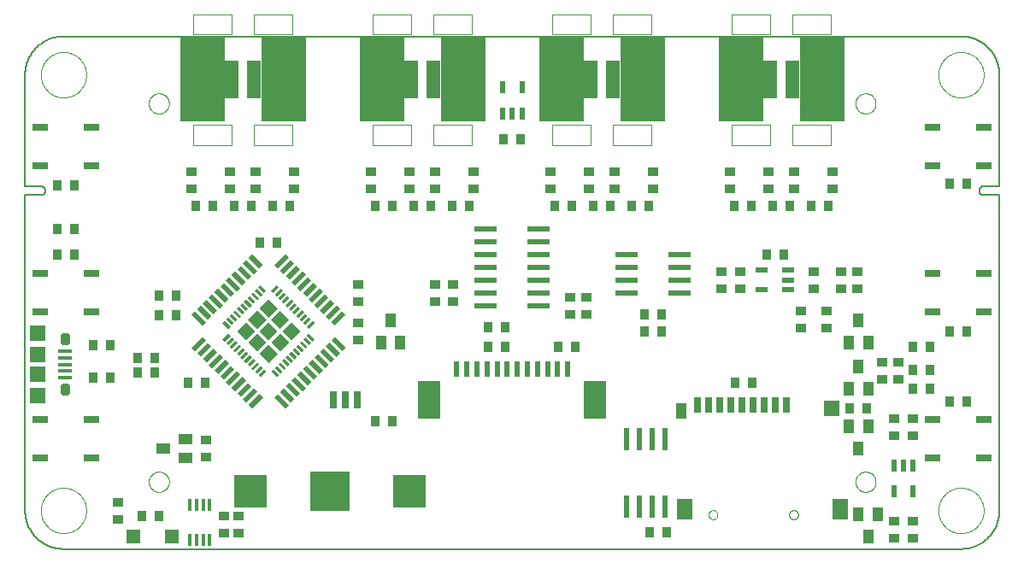
<source format=gtp>
G75*
%MOIN*%
%OFA0B0*%
%FSLAX25Y25*%
%IPPOS*%
%LPD*%
%AMOC8*
5,1,8,0,0,1.08239X$1,22.5*
%
%ADD10C,0.00500*%
%ADD11C,0.00000*%
%ADD12R,0.02756X0.06693*%
%ADD13R,0.04724X0.02165*%
%ADD14R,0.04000X0.03700*%
%ADD15R,0.02165X0.04724*%
%ADD16R,0.03700X0.04000*%
%ADD17R,0.08700X0.02400*%
%ADD18R,0.17717X0.33071*%
%ADD19C,0.00394*%
%ADD20R,0.05512X0.14961*%
%ADD21R,0.06000X0.03000*%
%ADD22R,0.05512X0.05512*%
%ADD23R,0.05315X0.01575*%
%ADD24C,0.02805*%
%ADD25R,0.06102X0.06476*%
%ADD26R,0.06102X0.05906*%
%ADD27R,0.15600X0.15600*%
%ADD28R,0.12500X0.12500*%
%ADD29R,0.02362X0.08661*%
%ADD30R,0.03150X0.01181*%
%ADD31R,0.05000X0.05000*%
%ADD32R,0.03000X0.06000*%
%ADD33R,0.04000X0.06000*%
%ADD34R,0.06000X0.08000*%
%ADD35R,0.06000X0.06000*%
%ADD36R,0.03937X0.05512*%
%ADD37R,0.01969X0.05906*%
%ADD38R,0.08661X0.14961*%
%ADD39R,0.05906X0.01969*%
%ADD40R,0.01378X0.04724*%
%ADD41R,0.05512X0.03937*%
D10*
X0177595Y0163933D02*
X0527595Y0163933D01*
X0527957Y0163937D01*
X0528320Y0163951D01*
X0528682Y0163972D01*
X0529043Y0164003D01*
X0529403Y0164042D01*
X0529762Y0164090D01*
X0530120Y0164147D01*
X0530477Y0164212D01*
X0530832Y0164286D01*
X0531185Y0164369D01*
X0531536Y0164460D01*
X0531884Y0164559D01*
X0532230Y0164667D01*
X0532574Y0164783D01*
X0532914Y0164908D01*
X0533251Y0165040D01*
X0533585Y0165181D01*
X0533916Y0165330D01*
X0534243Y0165487D01*
X0534566Y0165651D01*
X0534885Y0165823D01*
X0535199Y0166003D01*
X0535510Y0166191D01*
X0535815Y0166386D01*
X0536116Y0166588D01*
X0536412Y0166798D01*
X0536702Y0167014D01*
X0536988Y0167238D01*
X0537268Y0167468D01*
X0537542Y0167705D01*
X0537810Y0167949D01*
X0538073Y0168199D01*
X0538329Y0168455D01*
X0538579Y0168718D01*
X0538823Y0168986D01*
X0539060Y0169260D01*
X0539290Y0169540D01*
X0539514Y0169826D01*
X0539730Y0170116D01*
X0539940Y0170412D01*
X0540142Y0170713D01*
X0540337Y0171018D01*
X0540525Y0171329D01*
X0540705Y0171643D01*
X0540877Y0171962D01*
X0541041Y0172285D01*
X0541198Y0172612D01*
X0541347Y0172943D01*
X0541488Y0173277D01*
X0541620Y0173614D01*
X0541745Y0173954D01*
X0541861Y0174298D01*
X0541969Y0174644D01*
X0542068Y0174992D01*
X0542159Y0175343D01*
X0542242Y0175696D01*
X0542316Y0176051D01*
X0542381Y0176408D01*
X0542438Y0176766D01*
X0542486Y0177125D01*
X0542525Y0177485D01*
X0542556Y0177846D01*
X0542577Y0178208D01*
X0542591Y0178571D01*
X0542595Y0178933D01*
X0542595Y0302004D01*
X0536493Y0302004D01*
X0536411Y0302006D01*
X0536330Y0302012D01*
X0536248Y0302021D01*
X0536167Y0302034D01*
X0536087Y0302051D01*
X0536008Y0302072D01*
X0535930Y0302096D01*
X0535853Y0302124D01*
X0535777Y0302155D01*
X0535703Y0302190D01*
X0535631Y0302228D01*
X0535560Y0302269D01*
X0535492Y0302314D01*
X0535425Y0302362D01*
X0535361Y0302413D01*
X0535299Y0302466D01*
X0535240Y0302523D01*
X0535183Y0302582D01*
X0535130Y0302644D01*
X0535079Y0302708D01*
X0535031Y0302775D01*
X0534986Y0302843D01*
X0534945Y0302914D01*
X0534907Y0302986D01*
X0534872Y0303060D01*
X0534841Y0303136D01*
X0534813Y0303213D01*
X0534789Y0303291D01*
X0534768Y0303370D01*
X0534751Y0303450D01*
X0534738Y0303531D01*
X0534729Y0303613D01*
X0534723Y0303694D01*
X0534721Y0303776D01*
X0534723Y0303858D01*
X0534729Y0303939D01*
X0534738Y0304021D01*
X0534751Y0304102D01*
X0534768Y0304182D01*
X0534789Y0304261D01*
X0534813Y0304339D01*
X0534841Y0304416D01*
X0534872Y0304492D01*
X0534907Y0304566D01*
X0534945Y0304638D01*
X0534986Y0304709D01*
X0535031Y0304777D01*
X0535079Y0304844D01*
X0535130Y0304908D01*
X0535183Y0304970D01*
X0535240Y0305029D01*
X0535299Y0305086D01*
X0535361Y0305139D01*
X0535425Y0305190D01*
X0535492Y0305238D01*
X0535560Y0305283D01*
X0535631Y0305324D01*
X0535703Y0305362D01*
X0535777Y0305397D01*
X0535853Y0305428D01*
X0535930Y0305456D01*
X0536008Y0305480D01*
X0536087Y0305501D01*
X0536167Y0305518D01*
X0536248Y0305531D01*
X0536330Y0305540D01*
X0536411Y0305546D01*
X0536493Y0305548D01*
X0536493Y0305547D02*
X0542595Y0305547D01*
X0542595Y0348933D01*
X0542591Y0349295D01*
X0542577Y0349658D01*
X0542556Y0350020D01*
X0542525Y0350381D01*
X0542486Y0350741D01*
X0542438Y0351100D01*
X0542381Y0351458D01*
X0542316Y0351815D01*
X0542242Y0352170D01*
X0542159Y0352523D01*
X0542068Y0352874D01*
X0541969Y0353222D01*
X0541861Y0353568D01*
X0541745Y0353912D01*
X0541620Y0354252D01*
X0541488Y0354589D01*
X0541347Y0354923D01*
X0541198Y0355254D01*
X0541041Y0355581D01*
X0540877Y0355904D01*
X0540705Y0356223D01*
X0540525Y0356537D01*
X0540337Y0356848D01*
X0540142Y0357153D01*
X0539940Y0357454D01*
X0539730Y0357750D01*
X0539514Y0358040D01*
X0539290Y0358326D01*
X0539060Y0358606D01*
X0538823Y0358880D01*
X0538579Y0359148D01*
X0538329Y0359411D01*
X0538073Y0359667D01*
X0537810Y0359917D01*
X0537542Y0360161D01*
X0537268Y0360398D01*
X0536988Y0360628D01*
X0536702Y0360852D01*
X0536412Y0361068D01*
X0536116Y0361278D01*
X0535815Y0361480D01*
X0535510Y0361675D01*
X0535199Y0361863D01*
X0534885Y0362043D01*
X0534566Y0362215D01*
X0534243Y0362379D01*
X0533916Y0362536D01*
X0533585Y0362685D01*
X0533251Y0362826D01*
X0532914Y0362958D01*
X0532574Y0363083D01*
X0532230Y0363199D01*
X0531884Y0363307D01*
X0531536Y0363406D01*
X0531185Y0363497D01*
X0530832Y0363580D01*
X0530477Y0363654D01*
X0530120Y0363719D01*
X0529762Y0363776D01*
X0529403Y0363824D01*
X0529043Y0363863D01*
X0528682Y0363894D01*
X0528320Y0363915D01*
X0527957Y0363929D01*
X0527595Y0363933D01*
X0177595Y0363933D01*
X0177233Y0363929D01*
X0176870Y0363915D01*
X0176508Y0363894D01*
X0176147Y0363863D01*
X0175787Y0363824D01*
X0175428Y0363776D01*
X0175070Y0363719D01*
X0174713Y0363654D01*
X0174358Y0363580D01*
X0174005Y0363497D01*
X0173654Y0363406D01*
X0173306Y0363307D01*
X0172960Y0363199D01*
X0172616Y0363083D01*
X0172276Y0362958D01*
X0171939Y0362826D01*
X0171605Y0362685D01*
X0171274Y0362536D01*
X0170947Y0362379D01*
X0170624Y0362215D01*
X0170305Y0362043D01*
X0169991Y0361863D01*
X0169680Y0361675D01*
X0169375Y0361480D01*
X0169074Y0361278D01*
X0168778Y0361068D01*
X0168488Y0360852D01*
X0168202Y0360628D01*
X0167922Y0360398D01*
X0167648Y0360161D01*
X0167380Y0359917D01*
X0167117Y0359667D01*
X0166861Y0359411D01*
X0166611Y0359148D01*
X0166367Y0358880D01*
X0166130Y0358606D01*
X0165900Y0358326D01*
X0165676Y0358040D01*
X0165460Y0357750D01*
X0165250Y0357454D01*
X0165048Y0357153D01*
X0164853Y0356848D01*
X0164665Y0356537D01*
X0164485Y0356223D01*
X0164313Y0355904D01*
X0164149Y0355581D01*
X0163992Y0355254D01*
X0163843Y0354923D01*
X0163702Y0354589D01*
X0163570Y0354252D01*
X0163445Y0353912D01*
X0163329Y0353568D01*
X0163221Y0353222D01*
X0163122Y0352874D01*
X0163031Y0352523D01*
X0162948Y0352170D01*
X0162874Y0351815D01*
X0162809Y0351458D01*
X0162752Y0351100D01*
X0162704Y0350741D01*
X0162665Y0350381D01*
X0162634Y0350020D01*
X0162613Y0349658D01*
X0162599Y0349295D01*
X0162595Y0348933D01*
X0162595Y0305547D01*
X0168698Y0305547D01*
X0168698Y0305548D02*
X0168780Y0305546D01*
X0168861Y0305540D01*
X0168943Y0305531D01*
X0169024Y0305518D01*
X0169104Y0305501D01*
X0169183Y0305480D01*
X0169261Y0305456D01*
X0169338Y0305428D01*
X0169414Y0305397D01*
X0169488Y0305362D01*
X0169560Y0305324D01*
X0169631Y0305283D01*
X0169699Y0305238D01*
X0169766Y0305190D01*
X0169830Y0305139D01*
X0169892Y0305086D01*
X0169951Y0305029D01*
X0170008Y0304970D01*
X0170061Y0304908D01*
X0170112Y0304844D01*
X0170160Y0304777D01*
X0170205Y0304709D01*
X0170246Y0304638D01*
X0170284Y0304566D01*
X0170319Y0304492D01*
X0170350Y0304416D01*
X0170378Y0304339D01*
X0170402Y0304261D01*
X0170423Y0304182D01*
X0170440Y0304102D01*
X0170453Y0304021D01*
X0170462Y0303939D01*
X0170468Y0303858D01*
X0170470Y0303776D01*
X0170468Y0303694D01*
X0170462Y0303613D01*
X0170453Y0303531D01*
X0170440Y0303450D01*
X0170423Y0303370D01*
X0170402Y0303291D01*
X0170378Y0303213D01*
X0170350Y0303136D01*
X0170319Y0303060D01*
X0170284Y0302986D01*
X0170246Y0302914D01*
X0170205Y0302843D01*
X0170160Y0302775D01*
X0170112Y0302708D01*
X0170061Y0302644D01*
X0170008Y0302582D01*
X0169951Y0302523D01*
X0169892Y0302466D01*
X0169830Y0302413D01*
X0169766Y0302362D01*
X0169699Y0302314D01*
X0169631Y0302269D01*
X0169560Y0302228D01*
X0169488Y0302190D01*
X0169414Y0302155D01*
X0169338Y0302124D01*
X0169261Y0302096D01*
X0169183Y0302072D01*
X0169104Y0302051D01*
X0169024Y0302034D01*
X0168943Y0302021D01*
X0168861Y0302012D01*
X0168780Y0302006D01*
X0168698Y0302004D01*
X0162595Y0302004D01*
X0162595Y0178933D01*
X0162599Y0178571D01*
X0162613Y0178208D01*
X0162634Y0177846D01*
X0162665Y0177485D01*
X0162704Y0177125D01*
X0162752Y0176766D01*
X0162809Y0176408D01*
X0162874Y0176051D01*
X0162948Y0175696D01*
X0163031Y0175343D01*
X0163122Y0174992D01*
X0163221Y0174644D01*
X0163329Y0174298D01*
X0163445Y0173954D01*
X0163570Y0173614D01*
X0163702Y0173277D01*
X0163843Y0172943D01*
X0163992Y0172612D01*
X0164149Y0172285D01*
X0164313Y0171962D01*
X0164485Y0171643D01*
X0164665Y0171329D01*
X0164853Y0171018D01*
X0165048Y0170713D01*
X0165250Y0170412D01*
X0165460Y0170116D01*
X0165676Y0169826D01*
X0165900Y0169540D01*
X0166130Y0169260D01*
X0166367Y0168986D01*
X0166611Y0168718D01*
X0166861Y0168455D01*
X0167117Y0168199D01*
X0167380Y0167949D01*
X0167648Y0167705D01*
X0167922Y0167468D01*
X0168202Y0167238D01*
X0168488Y0167014D01*
X0168778Y0166798D01*
X0169074Y0166588D01*
X0169375Y0166386D01*
X0169680Y0166191D01*
X0169991Y0166003D01*
X0170305Y0165823D01*
X0170624Y0165651D01*
X0170947Y0165487D01*
X0171274Y0165330D01*
X0171605Y0165181D01*
X0171939Y0165040D01*
X0172276Y0164908D01*
X0172616Y0164783D01*
X0172960Y0164667D01*
X0173306Y0164559D01*
X0173654Y0164460D01*
X0174005Y0164369D01*
X0174358Y0164286D01*
X0174713Y0164212D01*
X0175070Y0164147D01*
X0175428Y0164090D01*
X0175787Y0164042D01*
X0176147Y0164003D01*
X0176508Y0163972D01*
X0176870Y0163951D01*
X0177233Y0163937D01*
X0177595Y0163933D01*
D11*
X0168737Y0178933D02*
X0168740Y0179150D01*
X0168748Y0179368D01*
X0168761Y0179585D01*
X0168780Y0179801D01*
X0168804Y0180017D01*
X0168833Y0180233D01*
X0168867Y0180447D01*
X0168907Y0180661D01*
X0168952Y0180874D01*
X0169002Y0181085D01*
X0169058Y0181296D01*
X0169118Y0181504D01*
X0169184Y0181712D01*
X0169255Y0181917D01*
X0169331Y0182121D01*
X0169411Y0182323D01*
X0169497Y0182523D01*
X0169587Y0182720D01*
X0169683Y0182916D01*
X0169783Y0183109D01*
X0169888Y0183299D01*
X0169997Y0183487D01*
X0170111Y0183672D01*
X0170230Y0183854D01*
X0170353Y0184034D01*
X0170480Y0184210D01*
X0170612Y0184383D01*
X0170748Y0184552D01*
X0170888Y0184719D01*
X0171032Y0184882D01*
X0171180Y0185041D01*
X0171331Y0185197D01*
X0171487Y0185348D01*
X0171646Y0185496D01*
X0171809Y0185640D01*
X0171976Y0185780D01*
X0172145Y0185916D01*
X0172318Y0186048D01*
X0172494Y0186175D01*
X0172674Y0186298D01*
X0172856Y0186417D01*
X0173041Y0186531D01*
X0173229Y0186640D01*
X0173419Y0186745D01*
X0173612Y0186845D01*
X0173808Y0186941D01*
X0174005Y0187031D01*
X0174205Y0187117D01*
X0174407Y0187197D01*
X0174611Y0187273D01*
X0174816Y0187344D01*
X0175024Y0187410D01*
X0175232Y0187470D01*
X0175443Y0187526D01*
X0175654Y0187576D01*
X0175867Y0187621D01*
X0176081Y0187661D01*
X0176295Y0187695D01*
X0176511Y0187724D01*
X0176727Y0187748D01*
X0176943Y0187767D01*
X0177160Y0187780D01*
X0177378Y0187788D01*
X0177595Y0187791D01*
X0177812Y0187788D01*
X0178030Y0187780D01*
X0178247Y0187767D01*
X0178463Y0187748D01*
X0178679Y0187724D01*
X0178895Y0187695D01*
X0179109Y0187661D01*
X0179323Y0187621D01*
X0179536Y0187576D01*
X0179747Y0187526D01*
X0179958Y0187470D01*
X0180166Y0187410D01*
X0180374Y0187344D01*
X0180579Y0187273D01*
X0180783Y0187197D01*
X0180985Y0187117D01*
X0181185Y0187031D01*
X0181382Y0186941D01*
X0181578Y0186845D01*
X0181771Y0186745D01*
X0181961Y0186640D01*
X0182149Y0186531D01*
X0182334Y0186417D01*
X0182516Y0186298D01*
X0182696Y0186175D01*
X0182872Y0186048D01*
X0183045Y0185916D01*
X0183214Y0185780D01*
X0183381Y0185640D01*
X0183544Y0185496D01*
X0183703Y0185348D01*
X0183859Y0185197D01*
X0184010Y0185041D01*
X0184158Y0184882D01*
X0184302Y0184719D01*
X0184442Y0184552D01*
X0184578Y0184383D01*
X0184710Y0184210D01*
X0184837Y0184034D01*
X0184960Y0183854D01*
X0185079Y0183672D01*
X0185193Y0183487D01*
X0185302Y0183299D01*
X0185407Y0183109D01*
X0185507Y0182916D01*
X0185603Y0182720D01*
X0185693Y0182523D01*
X0185779Y0182323D01*
X0185859Y0182121D01*
X0185935Y0181917D01*
X0186006Y0181712D01*
X0186072Y0181504D01*
X0186132Y0181296D01*
X0186188Y0181085D01*
X0186238Y0180874D01*
X0186283Y0180661D01*
X0186323Y0180447D01*
X0186357Y0180233D01*
X0186386Y0180017D01*
X0186410Y0179801D01*
X0186429Y0179585D01*
X0186442Y0179368D01*
X0186450Y0179150D01*
X0186453Y0178933D01*
X0186450Y0178716D01*
X0186442Y0178498D01*
X0186429Y0178281D01*
X0186410Y0178065D01*
X0186386Y0177849D01*
X0186357Y0177633D01*
X0186323Y0177419D01*
X0186283Y0177205D01*
X0186238Y0176992D01*
X0186188Y0176781D01*
X0186132Y0176570D01*
X0186072Y0176362D01*
X0186006Y0176154D01*
X0185935Y0175949D01*
X0185859Y0175745D01*
X0185779Y0175543D01*
X0185693Y0175343D01*
X0185603Y0175146D01*
X0185507Y0174950D01*
X0185407Y0174757D01*
X0185302Y0174567D01*
X0185193Y0174379D01*
X0185079Y0174194D01*
X0184960Y0174012D01*
X0184837Y0173832D01*
X0184710Y0173656D01*
X0184578Y0173483D01*
X0184442Y0173314D01*
X0184302Y0173147D01*
X0184158Y0172984D01*
X0184010Y0172825D01*
X0183859Y0172669D01*
X0183703Y0172518D01*
X0183544Y0172370D01*
X0183381Y0172226D01*
X0183214Y0172086D01*
X0183045Y0171950D01*
X0182872Y0171818D01*
X0182696Y0171691D01*
X0182516Y0171568D01*
X0182334Y0171449D01*
X0182149Y0171335D01*
X0181961Y0171226D01*
X0181771Y0171121D01*
X0181578Y0171021D01*
X0181382Y0170925D01*
X0181185Y0170835D01*
X0180985Y0170749D01*
X0180783Y0170669D01*
X0180579Y0170593D01*
X0180374Y0170522D01*
X0180166Y0170456D01*
X0179958Y0170396D01*
X0179747Y0170340D01*
X0179536Y0170290D01*
X0179323Y0170245D01*
X0179109Y0170205D01*
X0178895Y0170171D01*
X0178679Y0170142D01*
X0178463Y0170118D01*
X0178247Y0170099D01*
X0178030Y0170086D01*
X0177812Y0170078D01*
X0177595Y0170075D01*
X0177378Y0170078D01*
X0177160Y0170086D01*
X0176943Y0170099D01*
X0176727Y0170118D01*
X0176511Y0170142D01*
X0176295Y0170171D01*
X0176081Y0170205D01*
X0175867Y0170245D01*
X0175654Y0170290D01*
X0175443Y0170340D01*
X0175232Y0170396D01*
X0175024Y0170456D01*
X0174816Y0170522D01*
X0174611Y0170593D01*
X0174407Y0170669D01*
X0174205Y0170749D01*
X0174005Y0170835D01*
X0173808Y0170925D01*
X0173612Y0171021D01*
X0173419Y0171121D01*
X0173229Y0171226D01*
X0173041Y0171335D01*
X0172856Y0171449D01*
X0172674Y0171568D01*
X0172494Y0171691D01*
X0172318Y0171818D01*
X0172145Y0171950D01*
X0171976Y0172086D01*
X0171809Y0172226D01*
X0171646Y0172370D01*
X0171487Y0172518D01*
X0171331Y0172669D01*
X0171180Y0172825D01*
X0171032Y0172984D01*
X0170888Y0173147D01*
X0170748Y0173314D01*
X0170612Y0173483D01*
X0170480Y0173656D01*
X0170353Y0173832D01*
X0170230Y0174012D01*
X0170111Y0174194D01*
X0169997Y0174379D01*
X0169888Y0174567D01*
X0169783Y0174757D01*
X0169683Y0174950D01*
X0169587Y0175146D01*
X0169497Y0175343D01*
X0169411Y0175543D01*
X0169331Y0175745D01*
X0169255Y0175949D01*
X0169184Y0176154D01*
X0169118Y0176362D01*
X0169058Y0176570D01*
X0169002Y0176781D01*
X0168952Y0176992D01*
X0168907Y0177205D01*
X0168867Y0177419D01*
X0168833Y0177633D01*
X0168804Y0177849D01*
X0168780Y0178065D01*
X0168761Y0178281D01*
X0168748Y0178498D01*
X0168740Y0178716D01*
X0168737Y0178933D01*
X0210863Y0190114D02*
X0210865Y0190239D01*
X0210871Y0190364D01*
X0210881Y0190488D01*
X0210895Y0190612D01*
X0210912Y0190736D01*
X0210934Y0190859D01*
X0210960Y0190981D01*
X0210989Y0191103D01*
X0211022Y0191223D01*
X0211060Y0191342D01*
X0211100Y0191461D01*
X0211145Y0191577D01*
X0211193Y0191692D01*
X0211245Y0191806D01*
X0211301Y0191918D01*
X0211360Y0192028D01*
X0211422Y0192136D01*
X0211488Y0192243D01*
X0211557Y0192347D01*
X0211630Y0192448D01*
X0211705Y0192548D01*
X0211784Y0192645D01*
X0211866Y0192739D01*
X0211951Y0192831D01*
X0212038Y0192920D01*
X0212129Y0193006D01*
X0212222Y0193089D01*
X0212318Y0193170D01*
X0212416Y0193247D01*
X0212516Y0193321D01*
X0212619Y0193392D01*
X0212724Y0193459D01*
X0212832Y0193524D01*
X0212941Y0193584D01*
X0213052Y0193642D01*
X0213165Y0193695D01*
X0213279Y0193745D01*
X0213395Y0193792D01*
X0213512Y0193834D01*
X0213631Y0193873D01*
X0213751Y0193909D01*
X0213872Y0193940D01*
X0213994Y0193968D01*
X0214116Y0193991D01*
X0214240Y0194011D01*
X0214364Y0194027D01*
X0214488Y0194039D01*
X0214613Y0194047D01*
X0214738Y0194051D01*
X0214862Y0194051D01*
X0214987Y0194047D01*
X0215112Y0194039D01*
X0215236Y0194027D01*
X0215360Y0194011D01*
X0215484Y0193991D01*
X0215606Y0193968D01*
X0215728Y0193940D01*
X0215849Y0193909D01*
X0215969Y0193873D01*
X0216088Y0193834D01*
X0216205Y0193792D01*
X0216321Y0193745D01*
X0216435Y0193695D01*
X0216548Y0193642D01*
X0216659Y0193584D01*
X0216769Y0193524D01*
X0216876Y0193459D01*
X0216981Y0193392D01*
X0217084Y0193321D01*
X0217184Y0193247D01*
X0217282Y0193170D01*
X0217378Y0193089D01*
X0217471Y0193006D01*
X0217562Y0192920D01*
X0217649Y0192831D01*
X0217734Y0192739D01*
X0217816Y0192645D01*
X0217895Y0192548D01*
X0217970Y0192448D01*
X0218043Y0192347D01*
X0218112Y0192243D01*
X0218178Y0192136D01*
X0218240Y0192028D01*
X0218299Y0191918D01*
X0218355Y0191806D01*
X0218407Y0191692D01*
X0218455Y0191577D01*
X0218500Y0191461D01*
X0218540Y0191342D01*
X0218578Y0191223D01*
X0218611Y0191103D01*
X0218640Y0190981D01*
X0218666Y0190859D01*
X0218688Y0190736D01*
X0218705Y0190612D01*
X0218719Y0190488D01*
X0218729Y0190364D01*
X0218735Y0190239D01*
X0218737Y0190114D01*
X0218735Y0189989D01*
X0218729Y0189864D01*
X0218719Y0189740D01*
X0218705Y0189616D01*
X0218688Y0189492D01*
X0218666Y0189369D01*
X0218640Y0189247D01*
X0218611Y0189125D01*
X0218578Y0189005D01*
X0218540Y0188886D01*
X0218500Y0188767D01*
X0218455Y0188651D01*
X0218407Y0188536D01*
X0218355Y0188422D01*
X0218299Y0188310D01*
X0218240Y0188200D01*
X0218178Y0188092D01*
X0218112Y0187985D01*
X0218043Y0187881D01*
X0217970Y0187780D01*
X0217895Y0187680D01*
X0217816Y0187583D01*
X0217734Y0187489D01*
X0217649Y0187397D01*
X0217562Y0187308D01*
X0217471Y0187222D01*
X0217378Y0187139D01*
X0217282Y0187058D01*
X0217184Y0186981D01*
X0217084Y0186907D01*
X0216981Y0186836D01*
X0216876Y0186769D01*
X0216768Y0186704D01*
X0216659Y0186644D01*
X0216548Y0186586D01*
X0216435Y0186533D01*
X0216321Y0186483D01*
X0216205Y0186436D01*
X0216088Y0186394D01*
X0215969Y0186355D01*
X0215849Y0186319D01*
X0215728Y0186288D01*
X0215606Y0186260D01*
X0215484Y0186237D01*
X0215360Y0186217D01*
X0215236Y0186201D01*
X0215112Y0186189D01*
X0214987Y0186181D01*
X0214862Y0186177D01*
X0214738Y0186177D01*
X0214613Y0186181D01*
X0214488Y0186189D01*
X0214364Y0186201D01*
X0214240Y0186217D01*
X0214116Y0186237D01*
X0213994Y0186260D01*
X0213872Y0186288D01*
X0213751Y0186319D01*
X0213631Y0186355D01*
X0213512Y0186394D01*
X0213395Y0186436D01*
X0213279Y0186483D01*
X0213165Y0186533D01*
X0213052Y0186586D01*
X0212941Y0186644D01*
X0212831Y0186704D01*
X0212724Y0186769D01*
X0212619Y0186836D01*
X0212516Y0186907D01*
X0212416Y0186981D01*
X0212318Y0187058D01*
X0212222Y0187139D01*
X0212129Y0187222D01*
X0212038Y0187308D01*
X0211951Y0187397D01*
X0211866Y0187489D01*
X0211784Y0187583D01*
X0211705Y0187680D01*
X0211630Y0187780D01*
X0211557Y0187881D01*
X0211488Y0187985D01*
X0211422Y0188092D01*
X0211360Y0188200D01*
X0211301Y0188310D01*
X0211245Y0188422D01*
X0211193Y0188536D01*
X0211145Y0188651D01*
X0211100Y0188767D01*
X0211060Y0188886D01*
X0211022Y0189005D01*
X0210989Y0189125D01*
X0210960Y0189247D01*
X0210934Y0189369D01*
X0210912Y0189492D01*
X0210895Y0189616D01*
X0210881Y0189740D01*
X0210871Y0189864D01*
X0210865Y0189989D01*
X0210863Y0190114D01*
X0210863Y0337752D02*
X0210865Y0337877D01*
X0210871Y0338002D01*
X0210881Y0338126D01*
X0210895Y0338250D01*
X0210912Y0338374D01*
X0210934Y0338497D01*
X0210960Y0338619D01*
X0210989Y0338741D01*
X0211022Y0338861D01*
X0211060Y0338980D01*
X0211100Y0339099D01*
X0211145Y0339215D01*
X0211193Y0339330D01*
X0211245Y0339444D01*
X0211301Y0339556D01*
X0211360Y0339666D01*
X0211422Y0339774D01*
X0211488Y0339881D01*
X0211557Y0339985D01*
X0211630Y0340086D01*
X0211705Y0340186D01*
X0211784Y0340283D01*
X0211866Y0340377D01*
X0211951Y0340469D01*
X0212038Y0340558D01*
X0212129Y0340644D01*
X0212222Y0340727D01*
X0212318Y0340808D01*
X0212416Y0340885D01*
X0212516Y0340959D01*
X0212619Y0341030D01*
X0212724Y0341097D01*
X0212832Y0341162D01*
X0212941Y0341222D01*
X0213052Y0341280D01*
X0213165Y0341333D01*
X0213279Y0341383D01*
X0213395Y0341430D01*
X0213512Y0341472D01*
X0213631Y0341511D01*
X0213751Y0341547D01*
X0213872Y0341578D01*
X0213994Y0341606D01*
X0214116Y0341629D01*
X0214240Y0341649D01*
X0214364Y0341665D01*
X0214488Y0341677D01*
X0214613Y0341685D01*
X0214738Y0341689D01*
X0214862Y0341689D01*
X0214987Y0341685D01*
X0215112Y0341677D01*
X0215236Y0341665D01*
X0215360Y0341649D01*
X0215484Y0341629D01*
X0215606Y0341606D01*
X0215728Y0341578D01*
X0215849Y0341547D01*
X0215969Y0341511D01*
X0216088Y0341472D01*
X0216205Y0341430D01*
X0216321Y0341383D01*
X0216435Y0341333D01*
X0216548Y0341280D01*
X0216659Y0341222D01*
X0216769Y0341162D01*
X0216876Y0341097D01*
X0216981Y0341030D01*
X0217084Y0340959D01*
X0217184Y0340885D01*
X0217282Y0340808D01*
X0217378Y0340727D01*
X0217471Y0340644D01*
X0217562Y0340558D01*
X0217649Y0340469D01*
X0217734Y0340377D01*
X0217816Y0340283D01*
X0217895Y0340186D01*
X0217970Y0340086D01*
X0218043Y0339985D01*
X0218112Y0339881D01*
X0218178Y0339774D01*
X0218240Y0339666D01*
X0218299Y0339556D01*
X0218355Y0339444D01*
X0218407Y0339330D01*
X0218455Y0339215D01*
X0218500Y0339099D01*
X0218540Y0338980D01*
X0218578Y0338861D01*
X0218611Y0338741D01*
X0218640Y0338619D01*
X0218666Y0338497D01*
X0218688Y0338374D01*
X0218705Y0338250D01*
X0218719Y0338126D01*
X0218729Y0338002D01*
X0218735Y0337877D01*
X0218737Y0337752D01*
X0218735Y0337627D01*
X0218729Y0337502D01*
X0218719Y0337378D01*
X0218705Y0337254D01*
X0218688Y0337130D01*
X0218666Y0337007D01*
X0218640Y0336885D01*
X0218611Y0336763D01*
X0218578Y0336643D01*
X0218540Y0336524D01*
X0218500Y0336405D01*
X0218455Y0336289D01*
X0218407Y0336174D01*
X0218355Y0336060D01*
X0218299Y0335948D01*
X0218240Y0335838D01*
X0218178Y0335730D01*
X0218112Y0335623D01*
X0218043Y0335519D01*
X0217970Y0335418D01*
X0217895Y0335318D01*
X0217816Y0335221D01*
X0217734Y0335127D01*
X0217649Y0335035D01*
X0217562Y0334946D01*
X0217471Y0334860D01*
X0217378Y0334777D01*
X0217282Y0334696D01*
X0217184Y0334619D01*
X0217084Y0334545D01*
X0216981Y0334474D01*
X0216876Y0334407D01*
X0216768Y0334342D01*
X0216659Y0334282D01*
X0216548Y0334224D01*
X0216435Y0334171D01*
X0216321Y0334121D01*
X0216205Y0334074D01*
X0216088Y0334032D01*
X0215969Y0333993D01*
X0215849Y0333957D01*
X0215728Y0333926D01*
X0215606Y0333898D01*
X0215484Y0333875D01*
X0215360Y0333855D01*
X0215236Y0333839D01*
X0215112Y0333827D01*
X0214987Y0333819D01*
X0214862Y0333815D01*
X0214738Y0333815D01*
X0214613Y0333819D01*
X0214488Y0333827D01*
X0214364Y0333839D01*
X0214240Y0333855D01*
X0214116Y0333875D01*
X0213994Y0333898D01*
X0213872Y0333926D01*
X0213751Y0333957D01*
X0213631Y0333993D01*
X0213512Y0334032D01*
X0213395Y0334074D01*
X0213279Y0334121D01*
X0213165Y0334171D01*
X0213052Y0334224D01*
X0212941Y0334282D01*
X0212831Y0334342D01*
X0212724Y0334407D01*
X0212619Y0334474D01*
X0212516Y0334545D01*
X0212416Y0334619D01*
X0212318Y0334696D01*
X0212222Y0334777D01*
X0212129Y0334860D01*
X0212038Y0334946D01*
X0211951Y0335035D01*
X0211866Y0335127D01*
X0211784Y0335221D01*
X0211705Y0335318D01*
X0211630Y0335418D01*
X0211557Y0335519D01*
X0211488Y0335623D01*
X0211422Y0335730D01*
X0211360Y0335838D01*
X0211301Y0335948D01*
X0211245Y0336060D01*
X0211193Y0336174D01*
X0211145Y0336289D01*
X0211100Y0336405D01*
X0211060Y0336524D01*
X0211022Y0336643D01*
X0210989Y0336763D01*
X0210960Y0336885D01*
X0210934Y0337007D01*
X0210912Y0337130D01*
X0210895Y0337254D01*
X0210881Y0337378D01*
X0210871Y0337502D01*
X0210865Y0337627D01*
X0210863Y0337752D01*
X0168737Y0348933D02*
X0168740Y0349150D01*
X0168748Y0349368D01*
X0168761Y0349585D01*
X0168780Y0349801D01*
X0168804Y0350017D01*
X0168833Y0350233D01*
X0168867Y0350447D01*
X0168907Y0350661D01*
X0168952Y0350874D01*
X0169002Y0351085D01*
X0169058Y0351296D01*
X0169118Y0351504D01*
X0169184Y0351712D01*
X0169255Y0351917D01*
X0169331Y0352121D01*
X0169411Y0352323D01*
X0169497Y0352523D01*
X0169587Y0352720D01*
X0169683Y0352916D01*
X0169783Y0353109D01*
X0169888Y0353299D01*
X0169997Y0353487D01*
X0170111Y0353672D01*
X0170230Y0353854D01*
X0170353Y0354034D01*
X0170480Y0354210D01*
X0170612Y0354383D01*
X0170748Y0354552D01*
X0170888Y0354719D01*
X0171032Y0354882D01*
X0171180Y0355041D01*
X0171331Y0355197D01*
X0171487Y0355348D01*
X0171646Y0355496D01*
X0171809Y0355640D01*
X0171976Y0355780D01*
X0172145Y0355916D01*
X0172318Y0356048D01*
X0172494Y0356175D01*
X0172674Y0356298D01*
X0172856Y0356417D01*
X0173041Y0356531D01*
X0173229Y0356640D01*
X0173419Y0356745D01*
X0173612Y0356845D01*
X0173808Y0356941D01*
X0174005Y0357031D01*
X0174205Y0357117D01*
X0174407Y0357197D01*
X0174611Y0357273D01*
X0174816Y0357344D01*
X0175024Y0357410D01*
X0175232Y0357470D01*
X0175443Y0357526D01*
X0175654Y0357576D01*
X0175867Y0357621D01*
X0176081Y0357661D01*
X0176295Y0357695D01*
X0176511Y0357724D01*
X0176727Y0357748D01*
X0176943Y0357767D01*
X0177160Y0357780D01*
X0177378Y0357788D01*
X0177595Y0357791D01*
X0177812Y0357788D01*
X0178030Y0357780D01*
X0178247Y0357767D01*
X0178463Y0357748D01*
X0178679Y0357724D01*
X0178895Y0357695D01*
X0179109Y0357661D01*
X0179323Y0357621D01*
X0179536Y0357576D01*
X0179747Y0357526D01*
X0179958Y0357470D01*
X0180166Y0357410D01*
X0180374Y0357344D01*
X0180579Y0357273D01*
X0180783Y0357197D01*
X0180985Y0357117D01*
X0181185Y0357031D01*
X0181382Y0356941D01*
X0181578Y0356845D01*
X0181771Y0356745D01*
X0181961Y0356640D01*
X0182149Y0356531D01*
X0182334Y0356417D01*
X0182516Y0356298D01*
X0182696Y0356175D01*
X0182872Y0356048D01*
X0183045Y0355916D01*
X0183214Y0355780D01*
X0183381Y0355640D01*
X0183544Y0355496D01*
X0183703Y0355348D01*
X0183859Y0355197D01*
X0184010Y0355041D01*
X0184158Y0354882D01*
X0184302Y0354719D01*
X0184442Y0354552D01*
X0184578Y0354383D01*
X0184710Y0354210D01*
X0184837Y0354034D01*
X0184960Y0353854D01*
X0185079Y0353672D01*
X0185193Y0353487D01*
X0185302Y0353299D01*
X0185407Y0353109D01*
X0185507Y0352916D01*
X0185603Y0352720D01*
X0185693Y0352523D01*
X0185779Y0352323D01*
X0185859Y0352121D01*
X0185935Y0351917D01*
X0186006Y0351712D01*
X0186072Y0351504D01*
X0186132Y0351296D01*
X0186188Y0351085D01*
X0186238Y0350874D01*
X0186283Y0350661D01*
X0186323Y0350447D01*
X0186357Y0350233D01*
X0186386Y0350017D01*
X0186410Y0349801D01*
X0186429Y0349585D01*
X0186442Y0349368D01*
X0186450Y0349150D01*
X0186453Y0348933D01*
X0186450Y0348716D01*
X0186442Y0348498D01*
X0186429Y0348281D01*
X0186410Y0348065D01*
X0186386Y0347849D01*
X0186357Y0347633D01*
X0186323Y0347419D01*
X0186283Y0347205D01*
X0186238Y0346992D01*
X0186188Y0346781D01*
X0186132Y0346570D01*
X0186072Y0346362D01*
X0186006Y0346154D01*
X0185935Y0345949D01*
X0185859Y0345745D01*
X0185779Y0345543D01*
X0185693Y0345343D01*
X0185603Y0345146D01*
X0185507Y0344950D01*
X0185407Y0344757D01*
X0185302Y0344567D01*
X0185193Y0344379D01*
X0185079Y0344194D01*
X0184960Y0344012D01*
X0184837Y0343832D01*
X0184710Y0343656D01*
X0184578Y0343483D01*
X0184442Y0343314D01*
X0184302Y0343147D01*
X0184158Y0342984D01*
X0184010Y0342825D01*
X0183859Y0342669D01*
X0183703Y0342518D01*
X0183544Y0342370D01*
X0183381Y0342226D01*
X0183214Y0342086D01*
X0183045Y0341950D01*
X0182872Y0341818D01*
X0182696Y0341691D01*
X0182516Y0341568D01*
X0182334Y0341449D01*
X0182149Y0341335D01*
X0181961Y0341226D01*
X0181771Y0341121D01*
X0181578Y0341021D01*
X0181382Y0340925D01*
X0181185Y0340835D01*
X0180985Y0340749D01*
X0180783Y0340669D01*
X0180579Y0340593D01*
X0180374Y0340522D01*
X0180166Y0340456D01*
X0179958Y0340396D01*
X0179747Y0340340D01*
X0179536Y0340290D01*
X0179323Y0340245D01*
X0179109Y0340205D01*
X0178895Y0340171D01*
X0178679Y0340142D01*
X0178463Y0340118D01*
X0178247Y0340099D01*
X0178030Y0340086D01*
X0177812Y0340078D01*
X0177595Y0340075D01*
X0177378Y0340078D01*
X0177160Y0340086D01*
X0176943Y0340099D01*
X0176727Y0340118D01*
X0176511Y0340142D01*
X0176295Y0340171D01*
X0176081Y0340205D01*
X0175867Y0340245D01*
X0175654Y0340290D01*
X0175443Y0340340D01*
X0175232Y0340396D01*
X0175024Y0340456D01*
X0174816Y0340522D01*
X0174611Y0340593D01*
X0174407Y0340669D01*
X0174205Y0340749D01*
X0174005Y0340835D01*
X0173808Y0340925D01*
X0173612Y0341021D01*
X0173419Y0341121D01*
X0173229Y0341226D01*
X0173041Y0341335D01*
X0172856Y0341449D01*
X0172674Y0341568D01*
X0172494Y0341691D01*
X0172318Y0341818D01*
X0172145Y0341950D01*
X0171976Y0342086D01*
X0171809Y0342226D01*
X0171646Y0342370D01*
X0171487Y0342518D01*
X0171331Y0342669D01*
X0171180Y0342825D01*
X0171032Y0342984D01*
X0170888Y0343147D01*
X0170748Y0343314D01*
X0170612Y0343483D01*
X0170480Y0343656D01*
X0170353Y0343832D01*
X0170230Y0344012D01*
X0170111Y0344194D01*
X0169997Y0344379D01*
X0169888Y0344567D01*
X0169783Y0344757D01*
X0169683Y0344950D01*
X0169587Y0345146D01*
X0169497Y0345343D01*
X0169411Y0345543D01*
X0169331Y0345745D01*
X0169255Y0345949D01*
X0169184Y0346154D01*
X0169118Y0346362D01*
X0169058Y0346570D01*
X0169002Y0346781D01*
X0168952Y0346992D01*
X0168907Y0347205D01*
X0168867Y0347419D01*
X0168833Y0347633D01*
X0168804Y0347849D01*
X0168780Y0348065D01*
X0168761Y0348281D01*
X0168748Y0348498D01*
X0168740Y0348716D01*
X0168737Y0348933D01*
X0429109Y0177291D02*
X0429111Y0177374D01*
X0429117Y0177457D01*
X0429127Y0177540D01*
X0429141Y0177622D01*
X0429158Y0177704D01*
X0429180Y0177784D01*
X0429205Y0177863D01*
X0429234Y0177941D01*
X0429267Y0178018D01*
X0429304Y0178093D01*
X0429343Y0178166D01*
X0429387Y0178237D01*
X0429433Y0178306D01*
X0429483Y0178373D01*
X0429536Y0178437D01*
X0429592Y0178499D01*
X0429651Y0178558D01*
X0429713Y0178614D01*
X0429777Y0178667D01*
X0429844Y0178717D01*
X0429913Y0178763D01*
X0429984Y0178807D01*
X0430057Y0178846D01*
X0430132Y0178883D01*
X0430209Y0178916D01*
X0430287Y0178945D01*
X0430366Y0178970D01*
X0430446Y0178992D01*
X0430528Y0179009D01*
X0430610Y0179023D01*
X0430693Y0179033D01*
X0430776Y0179039D01*
X0430859Y0179041D01*
X0430942Y0179039D01*
X0431025Y0179033D01*
X0431108Y0179023D01*
X0431190Y0179009D01*
X0431272Y0178992D01*
X0431352Y0178970D01*
X0431431Y0178945D01*
X0431509Y0178916D01*
X0431586Y0178883D01*
X0431661Y0178846D01*
X0431734Y0178807D01*
X0431805Y0178763D01*
X0431874Y0178717D01*
X0431941Y0178667D01*
X0432005Y0178614D01*
X0432067Y0178558D01*
X0432126Y0178499D01*
X0432182Y0178437D01*
X0432235Y0178373D01*
X0432285Y0178306D01*
X0432331Y0178237D01*
X0432375Y0178166D01*
X0432414Y0178093D01*
X0432451Y0178018D01*
X0432484Y0177941D01*
X0432513Y0177863D01*
X0432538Y0177784D01*
X0432560Y0177704D01*
X0432577Y0177622D01*
X0432591Y0177540D01*
X0432601Y0177457D01*
X0432607Y0177374D01*
X0432609Y0177291D01*
X0432607Y0177208D01*
X0432601Y0177125D01*
X0432591Y0177042D01*
X0432577Y0176960D01*
X0432560Y0176878D01*
X0432538Y0176798D01*
X0432513Y0176719D01*
X0432484Y0176641D01*
X0432451Y0176564D01*
X0432414Y0176489D01*
X0432375Y0176416D01*
X0432331Y0176345D01*
X0432285Y0176276D01*
X0432235Y0176209D01*
X0432182Y0176145D01*
X0432126Y0176083D01*
X0432067Y0176024D01*
X0432005Y0175968D01*
X0431941Y0175915D01*
X0431874Y0175865D01*
X0431805Y0175819D01*
X0431734Y0175775D01*
X0431661Y0175736D01*
X0431586Y0175699D01*
X0431509Y0175666D01*
X0431431Y0175637D01*
X0431352Y0175612D01*
X0431272Y0175590D01*
X0431190Y0175573D01*
X0431108Y0175559D01*
X0431025Y0175549D01*
X0430942Y0175543D01*
X0430859Y0175541D01*
X0430776Y0175543D01*
X0430693Y0175549D01*
X0430610Y0175559D01*
X0430528Y0175573D01*
X0430446Y0175590D01*
X0430366Y0175612D01*
X0430287Y0175637D01*
X0430209Y0175666D01*
X0430132Y0175699D01*
X0430057Y0175736D01*
X0429984Y0175775D01*
X0429913Y0175819D01*
X0429844Y0175865D01*
X0429777Y0175915D01*
X0429713Y0175968D01*
X0429651Y0176024D01*
X0429592Y0176083D01*
X0429536Y0176145D01*
X0429483Y0176209D01*
X0429433Y0176276D01*
X0429387Y0176345D01*
X0429343Y0176416D01*
X0429304Y0176489D01*
X0429267Y0176564D01*
X0429234Y0176641D01*
X0429205Y0176719D01*
X0429180Y0176798D01*
X0429158Y0176878D01*
X0429141Y0176960D01*
X0429127Y0177042D01*
X0429117Y0177125D01*
X0429111Y0177208D01*
X0429109Y0177291D01*
X0460605Y0177291D02*
X0460607Y0177374D01*
X0460613Y0177457D01*
X0460623Y0177540D01*
X0460637Y0177622D01*
X0460654Y0177704D01*
X0460676Y0177784D01*
X0460701Y0177863D01*
X0460730Y0177941D01*
X0460763Y0178018D01*
X0460800Y0178093D01*
X0460839Y0178166D01*
X0460883Y0178237D01*
X0460929Y0178306D01*
X0460979Y0178373D01*
X0461032Y0178437D01*
X0461088Y0178499D01*
X0461147Y0178558D01*
X0461209Y0178614D01*
X0461273Y0178667D01*
X0461340Y0178717D01*
X0461409Y0178763D01*
X0461480Y0178807D01*
X0461553Y0178846D01*
X0461628Y0178883D01*
X0461705Y0178916D01*
X0461783Y0178945D01*
X0461862Y0178970D01*
X0461942Y0178992D01*
X0462024Y0179009D01*
X0462106Y0179023D01*
X0462189Y0179033D01*
X0462272Y0179039D01*
X0462355Y0179041D01*
X0462438Y0179039D01*
X0462521Y0179033D01*
X0462604Y0179023D01*
X0462686Y0179009D01*
X0462768Y0178992D01*
X0462848Y0178970D01*
X0462927Y0178945D01*
X0463005Y0178916D01*
X0463082Y0178883D01*
X0463157Y0178846D01*
X0463230Y0178807D01*
X0463301Y0178763D01*
X0463370Y0178717D01*
X0463437Y0178667D01*
X0463501Y0178614D01*
X0463563Y0178558D01*
X0463622Y0178499D01*
X0463678Y0178437D01*
X0463731Y0178373D01*
X0463781Y0178306D01*
X0463827Y0178237D01*
X0463871Y0178166D01*
X0463910Y0178093D01*
X0463947Y0178018D01*
X0463980Y0177941D01*
X0464009Y0177863D01*
X0464034Y0177784D01*
X0464056Y0177704D01*
X0464073Y0177622D01*
X0464087Y0177540D01*
X0464097Y0177457D01*
X0464103Y0177374D01*
X0464105Y0177291D01*
X0464103Y0177208D01*
X0464097Y0177125D01*
X0464087Y0177042D01*
X0464073Y0176960D01*
X0464056Y0176878D01*
X0464034Y0176798D01*
X0464009Y0176719D01*
X0463980Y0176641D01*
X0463947Y0176564D01*
X0463910Y0176489D01*
X0463871Y0176416D01*
X0463827Y0176345D01*
X0463781Y0176276D01*
X0463731Y0176209D01*
X0463678Y0176145D01*
X0463622Y0176083D01*
X0463563Y0176024D01*
X0463501Y0175968D01*
X0463437Y0175915D01*
X0463370Y0175865D01*
X0463301Y0175819D01*
X0463230Y0175775D01*
X0463157Y0175736D01*
X0463082Y0175699D01*
X0463005Y0175666D01*
X0462927Y0175637D01*
X0462848Y0175612D01*
X0462768Y0175590D01*
X0462686Y0175573D01*
X0462604Y0175559D01*
X0462521Y0175549D01*
X0462438Y0175543D01*
X0462355Y0175541D01*
X0462272Y0175543D01*
X0462189Y0175549D01*
X0462106Y0175559D01*
X0462024Y0175573D01*
X0461942Y0175590D01*
X0461862Y0175612D01*
X0461783Y0175637D01*
X0461705Y0175666D01*
X0461628Y0175699D01*
X0461553Y0175736D01*
X0461480Y0175775D01*
X0461409Y0175819D01*
X0461340Y0175865D01*
X0461273Y0175915D01*
X0461209Y0175968D01*
X0461147Y0176024D01*
X0461088Y0176083D01*
X0461032Y0176145D01*
X0460979Y0176209D01*
X0460929Y0176276D01*
X0460883Y0176345D01*
X0460839Y0176416D01*
X0460800Y0176489D01*
X0460763Y0176564D01*
X0460730Y0176641D01*
X0460701Y0176719D01*
X0460676Y0176798D01*
X0460654Y0176878D01*
X0460637Y0176960D01*
X0460623Y0177042D01*
X0460613Y0177125D01*
X0460607Y0177208D01*
X0460605Y0177291D01*
X0486453Y0190114D02*
X0486455Y0190239D01*
X0486461Y0190364D01*
X0486471Y0190488D01*
X0486485Y0190612D01*
X0486502Y0190736D01*
X0486524Y0190859D01*
X0486550Y0190981D01*
X0486579Y0191103D01*
X0486612Y0191223D01*
X0486650Y0191342D01*
X0486690Y0191461D01*
X0486735Y0191577D01*
X0486783Y0191692D01*
X0486835Y0191806D01*
X0486891Y0191918D01*
X0486950Y0192028D01*
X0487012Y0192136D01*
X0487078Y0192243D01*
X0487147Y0192347D01*
X0487220Y0192448D01*
X0487295Y0192548D01*
X0487374Y0192645D01*
X0487456Y0192739D01*
X0487541Y0192831D01*
X0487628Y0192920D01*
X0487719Y0193006D01*
X0487812Y0193089D01*
X0487908Y0193170D01*
X0488006Y0193247D01*
X0488106Y0193321D01*
X0488209Y0193392D01*
X0488314Y0193459D01*
X0488422Y0193524D01*
X0488531Y0193584D01*
X0488642Y0193642D01*
X0488755Y0193695D01*
X0488869Y0193745D01*
X0488985Y0193792D01*
X0489102Y0193834D01*
X0489221Y0193873D01*
X0489341Y0193909D01*
X0489462Y0193940D01*
X0489584Y0193968D01*
X0489706Y0193991D01*
X0489830Y0194011D01*
X0489954Y0194027D01*
X0490078Y0194039D01*
X0490203Y0194047D01*
X0490328Y0194051D01*
X0490452Y0194051D01*
X0490577Y0194047D01*
X0490702Y0194039D01*
X0490826Y0194027D01*
X0490950Y0194011D01*
X0491074Y0193991D01*
X0491196Y0193968D01*
X0491318Y0193940D01*
X0491439Y0193909D01*
X0491559Y0193873D01*
X0491678Y0193834D01*
X0491795Y0193792D01*
X0491911Y0193745D01*
X0492025Y0193695D01*
X0492138Y0193642D01*
X0492249Y0193584D01*
X0492359Y0193524D01*
X0492466Y0193459D01*
X0492571Y0193392D01*
X0492674Y0193321D01*
X0492774Y0193247D01*
X0492872Y0193170D01*
X0492968Y0193089D01*
X0493061Y0193006D01*
X0493152Y0192920D01*
X0493239Y0192831D01*
X0493324Y0192739D01*
X0493406Y0192645D01*
X0493485Y0192548D01*
X0493560Y0192448D01*
X0493633Y0192347D01*
X0493702Y0192243D01*
X0493768Y0192136D01*
X0493830Y0192028D01*
X0493889Y0191918D01*
X0493945Y0191806D01*
X0493997Y0191692D01*
X0494045Y0191577D01*
X0494090Y0191461D01*
X0494130Y0191342D01*
X0494168Y0191223D01*
X0494201Y0191103D01*
X0494230Y0190981D01*
X0494256Y0190859D01*
X0494278Y0190736D01*
X0494295Y0190612D01*
X0494309Y0190488D01*
X0494319Y0190364D01*
X0494325Y0190239D01*
X0494327Y0190114D01*
X0494325Y0189989D01*
X0494319Y0189864D01*
X0494309Y0189740D01*
X0494295Y0189616D01*
X0494278Y0189492D01*
X0494256Y0189369D01*
X0494230Y0189247D01*
X0494201Y0189125D01*
X0494168Y0189005D01*
X0494130Y0188886D01*
X0494090Y0188767D01*
X0494045Y0188651D01*
X0493997Y0188536D01*
X0493945Y0188422D01*
X0493889Y0188310D01*
X0493830Y0188200D01*
X0493768Y0188092D01*
X0493702Y0187985D01*
X0493633Y0187881D01*
X0493560Y0187780D01*
X0493485Y0187680D01*
X0493406Y0187583D01*
X0493324Y0187489D01*
X0493239Y0187397D01*
X0493152Y0187308D01*
X0493061Y0187222D01*
X0492968Y0187139D01*
X0492872Y0187058D01*
X0492774Y0186981D01*
X0492674Y0186907D01*
X0492571Y0186836D01*
X0492466Y0186769D01*
X0492358Y0186704D01*
X0492249Y0186644D01*
X0492138Y0186586D01*
X0492025Y0186533D01*
X0491911Y0186483D01*
X0491795Y0186436D01*
X0491678Y0186394D01*
X0491559Y0186355D01*
X0491439Y0186319D01*
X0491318Y0186288D01*
X0491196Y0186260D01*
X0491074Y0186237D01*
X0490950Y0186217D01*
X0490826Y0186201D01*
X0490702Y0186189D01*
X0490577Y0186181D01*
X0490452Y0186177D01*
X0490328Y0186177D01*
X0490203Y0186181D01*
X0490078Y0186189D01*
X0489954Y0186201D01*
X0489830Y0186217D01*
X0489706Y0186237D01*
X0489584Y0186260D01*
X0489462Y0186288D01*
X0489341Y0186319D01*
X0489221Y0186355D01*
X0489102Y0186394D01*
X0488985Y0186436D01*
X0488869Y0186483D01*
X0488755Y0186533D01*
X0488642Y0186586D01*
X0488531Y0186644D01*
X0488421Y0186704D01*
X0488314Y0186769D01*
X0488209Y0186836D01*
X0488106Y0186907D01*
X0488006Y0186981D01*
X0487908Y0187058D01*
X0487812Y0187139D01*
X0487719Y0187222D01*
X0487628Y0187308D01*
X0487541Y0187397D01*
X0487456Y0187489D01*
X0487374Y0187583D01*
X0487295Y0187680D01*
X0487220Y0187780D01*
X0487147Y0187881D01*
X0487078Y0187985D01*
X0487012Y0188092D01*
X0486950Y0188200D01*
X0486891Y0188310D01*
X0486835Y0188422D01*
X0486783Y0188536D01*
X0486735Y0188651D01*
X0486690Y0188767D01*
X0486650Y0188886D01*
X0486612Y0189005D01*
X0486579Y0189125D01*
X0486550Y0189247D01*
X0486524Y0189369D01*
X0486502Y0189492D01*
X0486485Y0189616D01*
X0486471Y0189740D01*
X0486461Y0189864D01*
X0486455Y0189989D01*
X0486453Y0190114D01*
X0518737Y0178933D02*
X0518740Y0179150D01*
X0518748Y0179368D01*
X0518761Y0179585D01*
X0518780Y0179801D01*
X0518804Y0180017D01*
X0518833Y0180233D01*
X0518867Y0180447D01*
X0518907Y0180661D01*
X0518952Y0180874D01*
X0519002Y0181085D01*
X0519058Y0181296D01*
X0519118Y0181504D01*
X0519184Y0181712D01*
X0519255Y0181917D01*
X0519331Y0182121D01*
X0519411Y0182323D01*
X0519497Y0182523D01*
X0519587Y0182720D01*
X0519683Y0182916D01*
X0519783Y0183109D01*
X0519888Y0183299D01*
X0519997Y0183487D01*
X0520111Y0183672D01*
X0520230Y0183854D01*
X0520353Y0184034D01*
X0520480Y0184210D01*
X0520612Y0184383D01*
X0520748Y0184552D01*
X0520888Y0184719D01*
X0521032Y0184882D01*
X0521180Y0185041D01*
X0521331Y0185197D01*
X0521487Y0185348D01*
X0521646Y0185496D01*
X0521809Y0185640D01*
X0521976Y0185780D01*
X0522145Y0185916D01*
X0522318Y0186048D01*
X0522494Y0186175D01*
X0522674Y0186298D01*
X0522856Y0186417D01*
X0523041Y0186531D01*
X0523229Y0186640D01*
X0523419Y0186745D01*
X0523612Y0186845D01*
X0523808Y0186941D01*
X0524005Y0187031D01*
X0524205Y0187117D01*
X0524407Y0187197D01*
X0524611Y0187273D01*
X0524816Y0187344D01*
X0525024Y0187410D01*
X0525232Y0187470D01*
X0525443Y0187526D01*
X0525654Y0187576D01*
X0525867Y0187621D01*
X0526081Y0187661D01*
X0526295Y0187695D01*
X0526511Y0187724D01*
X0526727Y0187748D01*
X0526943Y0187767D01*
X0527160Y0187780D01*
X0527378Y0187788D01*
X0527595Y0187791D01*
X0527812Y0187788D01*
X0528030Y0187780D01*
X0528247Y0187767D01*
X0528463Y0187748D01*
X0528679Y0187724D01*
X0528895Y0187695D01*
X0529109Y0187661D01*
X0529323Y0187621D01*
X0529536Y0187576D01*
X0529747Y0187526D01*
X0529958Y0187470D01*
X0530166Y0187410D01*
X0530374Y0187344D01*
X0530579Y0187273D01*
X0530783Y0187197D01*
X0530985Y0187117D01*
X0531185Y0187031D01*
X0531382Y0186941D01*
X0531578Y0186845D01*
X0531771Y0186745D01*
X0531961Y0186640D01*
X0532149Y0186531D01*
X0532334Y0186417D01*
X0532516Y0186298D01*
X0532696Y0186175D01*
X0532872Y0186048D01*
X0533045Y0185916D01*
X0533214Y0185780D01*
X0533381Y0185640D01*
X0533544Y0185496D01*
X0533703Y0185348D01*
X0533859Y0185197D01*
X0534010Y0185041D01*
X0534158Y0184882D01*
X0534302Y0184719D01*
X0534442Y0184552D01*
X0534578Y0184383D01*
X0534710Y0184210D01*
X0534837Y0184034D01*
X0534960Y0183854D01*
X0535079Y0183672D01*
X0535193Y0183487D01*
X0535302Y0183299D01*
X0535407Y0183109D01*
X0535507Y0182916D01*
X0535603Y0182720D01*
X0535693Y0182523D01*
X0535779Y0182323D01*
X0535859Y0182121D01*
X0535935Y0181917D01*
X0536006Y0181712D01*
X0536072Y0181504D01*
X0536132Y0181296D01*
X0536188Y0181085D01*
X0536238Y0180874D01*
X0536283Y0180661D01*
X0536323Y0180447D01*
X0536357Y0180233D01*
X0536386Y0180017D01*
X0536410Y0179801D01*
X0536429Y0179585D01*
X0536442Y0179368D01*
X0536450Y0179150D01*
X0536453Y0178933D01*
X0536450Y0178716D01*
X0536442Y0178498D01*
X0536429Y0178281D01*
X0536410Y0178065D01*
X0536386Y0177849D01*
X0536357Y0177633D01*
X0536323Y0177419D01*
X0536283Y0177205D01*
X0536238Y0176992D01*
X0536188Y0176781D01*
X0536132Y0176570D01*
X0536072Y0176362D01*
X0536006Y0176154D01*
X0535935Y0175949D01*
X0535859Y0175745D01*
X0535779Y0175543D01*
X0535693Y0175343D01*
X0535603Y0175146D01*
X0535507Y0174950D01*
X0535407Y0174757D01*
X0535302Y0174567D01*
X0535193Y0174379D01*
X0535079Y0174194D01*
X0534960Y0174012D01*
X0534837Y0173832D01*
X0534710Y0173656D01*
X0534578Y0173483D01*
X0534442Y0173314D01*
X0534302Y0173147D01*
X0534158Y0172984D01*
X0534010Y0172825D01*
X0533859Y0172669D01*
X0533703Y0172518D01*
X0533544Y0172370D01*
X0533381Y0172226D01*
X0533214Y0172086D01*
X0533045Y0171950D01*
X0532872Y0171818D01*
X0532696Y0171691D01*
X0532516Y0171568D01*
X0532334Y0171449D01*
X0532149Y0171335D01*
X0531961Y0171226D01*
X0531771Y0171121D01*
X0531578Y0171021D01*
X0531382Y0170925D01*
X0531185Y0170835D01*
X0530985Y0170749D01*
X0530783Y0170669D01*
X0530579Y0170593D01*
X0530374Y0170522D01*
X0530166Y0170456D01*
X0529958Y0170396D01*
X0529747Y0170340D01*
X0529536Y0170290D01*
X0529323Y0170245D01*
X0529109Y0170205D01*
X0528895Y0170171D01*
X0528679Y0170142D01*
X0528463Y0170118D01*
X0528247Y0170099D01*
X0528030Y0170086D01*
X0527812Y0170078D01*
X0527595Y0170075D01*
X0527378Y0170078D01*
X0527160Y0170086D01*
X0526943Y0170099D01*
X0526727Y0170118D01*
X0526511Y0170142D01*
X0526295Y0170171D01*
X0526081Y0170205D01*
X0525867Y0170245D01*
X0525654Y0170290D01*
X0525443Y0170340D01*
X0525232Y0170396D01*
X0525024Y0170456D01*
X0524816Y0170522D01*
X0524611Y0170593D01*
X0524407Y0170669D01*
X0524205Y0170749D01*
X0524005Y0170835D01*
X0523808Y0170925D01*
X0523612Y0171021D01*
X0523419Y0171121D01*
X0523229Y0171226D01*
X0523041Y0171335D01*
X0522856Y0171449D01*
X0522674Y0171568D01*
X0522494Y0171691D01*
X0522318Y0171818D01*
X0522145Y0171950D01*
X0521976Y0172086D01*
X0521809Y0172226D01*
X0521646Y0172370D01*
X0521487Y0172518D01*
X0521331Y0172669D01*
X0521180Y0172825D01*
X0521032Y0172984D01*
X0520888Y0173147D01*
X0520748Y0173314D01*
X0520612Y0173483D01*
X0520480Y0173656D01*
X0520353Y0173832D01*
X0520230Y0174012D01*
X0520111Y0174194D01*
X0519997Y0174379D01*
X0519888Y0174567D01*
X0519783Y0174757D01*
X0519683Y0174950D01*
X0519587Y0175146D01*
X0519497Y0175343D01*
X0519411Y0175543D01*
X0519331Y0175745D01*
X0519255Y0175949D01*
X0519184Y0176154D01*
X0519118Y0176362D01*
X0519058Y0176570D01*
X0519002Y0176781D01*
X0518952Y0176992D01*
X0518907Y0177205D01*
X0518867Y0177419D01*
X0518833Y0177633D01*
X0518804Y0177849D01*
X0518780Y0178065D01*
X0518761Y0178281D01*
X0518748Y0178498D01*
X0518740Y0178716D01*
X0518737Y0178933D01*
X0486453Y0337752D02*
X0486455Y0337877D01*
X0486461Y0338002D01*
X0486471Y0338126D01*
X0486485Y0338250D01*
X0486502Y0338374D01*
X0486524Y0338497D01*
X0486550Y0338619D01*
X0486579Y0338741D01*
X0486612Y0338861D01*
X0486650Y0338980D01*
X0486690Y0339099D01*
X0486735Y0339215D01*
X0486783Y0339330D01*
X0486835Y0339444D01*
X0486891Y0339556D01*
X0486950Y0339666D01*
X0487012Y0339774D01*
X0487078Y0339881D01*
X0487147Y0339985D01*
X0487220Y0340086D01*
X0487295Y0340186D01*
X0487374Y0340283D01*
X0487456Y0340377D01*
X0487541Y0340469D01*
X0487628Y0340558D01*
X0487719Y0340644D01*
X0487812Y0340727D01*
X0487908Y0340808D01*
X0488006Y0340885D01*
X0488106Y0340959D01*
X0488209Y0341030D01*
X0488314Y0341097D01*
X0488422Y0341162D01*
X0488531Y0341222D01*
X0488642Y0341280D01*
X0488755Y0341333D01*
X0488869Y0341383D01*
X0488985Y0341430D01*
X0489102Y0341472D01*
X0489221Y0341511D01*
X0489341Y0341547D01*
X0489462Y0341578D01*
X0489584Y0341606D01*
X0489706Y0341629D01*
X0489830Y0341649D01*
X0489954Y0341665D01*
X0490078Y0341677D01*
X0490203Y0341685D01*
X0490328Y0341689D01*
X0490452Y0341689D01*
X0490577Y0341685D01*
X0490702Y0341677D01*
X0490826Y0341665D01*
X0490950Y0341649D01*
X0491074Y0341629D01*
X0491196Y0341606D01*
X0491318Y0341578D01*
X0491439Y0341547D01*
X0491559Y0341511D01*
X0491678Y0341472D01*
X0491795Y0341430D01*
X0491911Y0341383D01*
X0492025Y0341333D01*
X0492138Y0341280D01*
X0492249Y0341222D01*
X0492359Y0341162D01*
X0492466Y0341097D01*
X0492571Y0341030D01*
X0492674Y0340959D01*
X0492774Y0340885D01*
X0492872Y0340808D01*
X0492968Y0340727D01*
X0493061Y0340644D01*
X0493152Y0340558D01*
X0493239Y0340469D01*
X0493324Y0340377D01*
X0493406Y0340283D01*
X0493485Y0340186D01*
X0493560Y0340086D01*
X0493633Y0339985D01*
X0493702Y0339881D01*
X0493768Y0339774D01*
X0493830Y0339666D01*
X0493889Y0339556D01*
X0493945Y0339444D01*
X0493997Y0339330D01*
X0494045Y0339215D01*
X0494090Y0339099D01*
X0494130Y0338980D01*
X0494168Y0338861D01*
X0494201Y0338741D01*
X0494230Y0338619D01*
X0494256Y0338497D01*
X0494278Y0338374D01*
X0494295Y0338250D01*
X0494309Y0338126D01*
X0494319Y0338002D01*
X0494325Y0337877D01*
X0494327Y0337752D01*
X0494325Y0337627D01*
X0494319Y0337502D01*
X0494309Y0337378D01*
X0494295Y0337254D01*
X0494278Y0337130D01*
X0494256Y0337007D01*
X0494230Y0336885D01*
X0494201Y0336763D01*
X0494168Y0336643D01*
X0494130Y0336524D01*
X0494090Y0336405D01*
X0494045Y0336289D01*
X0493997Y0336174D01*
X0493945Y0336060D01*
X0493889Y0335948D01*
X0493830Y0335838D01*
X0493768Y0335730D01*
X0493702Y0335623D01*
X0493633Y0335519D01*
X0493560Y0335418D01*
X0493485Y0335318D01*
X0493406Y0335221D01*
X0493324Y0335127D01*
X0493239Y0335035D01*
X0493152Y0334946D01*
X0493061Y0334860D01*
X0492968Y0334777D01*
X0492872Y0334696D01*
X0492774Y0334619D01*
X0492674Y0334545D01*
X0492571Y0334474D01*
X0492466Y0334407D01*
X0492358Y0334342D01*
X0492249Y0334282D01*
X0492138Y0334224D01*
X0492025Y0334171D01*
X0491911Y0334121D01*
X0491795Y0334074D01*
X0491678Y0334032D01*
X0491559Y0333993D01*
X0491439Y0333957D01*
X0491318Y0333926D01*
X0491196Y0333898D01*
X0491074Y0333875D01*
X0490950Y0333855D01*
X0490826Y0333839D01*
X0490702Y0333827D01*
X0490577Y0333819D01*
X0490452Y0333815D01*
X0490328Y0333815D01*
X0490203Y0333819D01*
X0490078Y0333827D01*
X0489954Y0333839D01*
X0489830Y0333855D01*
X0489706Y0333875D01*
X0489584Y0333898D01*
X0489462Y0333926D01*
X0489341Y0333957D01*
X0489221Y0333993D01*
X0489102Y0334032D01*
X0488985Y0334074D01*
X0488869Y0334121D01*
X0488755Y0334171D01*
X0488642Y0334224D01*
X0488531Y0334282D01*
X0488421Y0334342D01*
X0488314Y0334407D01*
X0488209Y0334474D01*
X0488106Y0334545D01*
X0488006Y0334619D01*
X0487908Y0334696D01*
X0487812Y0334777D01*
X0487719Y0334860D01*
X0487628Y0334946D01*
X0487541Y0335035D01*
X0487456Y0335127D01*
X0487374Y0335221D01*
X0487295Y0335318D01*
X0487220Y0335418D01*
X0487147Y0335519D01*
X0487078Y0335623D01*
X0487012Y0335730D01*
X0486950Y0335838D01*
X0486891Y0335948D01*
X0486835Y0336060D01*
X0486783Y0336174D01*
X0486735Y0336289D01*
X0486690Y0336405D01*
X0486650Y0336524D01*
X0486612Y0336643D01*
X0486579Y0336763D01*
X0486550Y0336885D01*
X0486524Y0337007D01*
X0486502Y0337130D01*
X0486485Y0337254D01*
X0486471Y0337378D01*
X0486461Y0337502D01*
X0486455Y0337627D01*
X0486453Y0337752D01*
X0518737Y0348933D02*
X0518740Y0349150D01*
X0518748Y0349368D01*
X0518761Y0349585D01*
X0518780Y0349801D01*
X0518804Y0350017D01*
X0518833Y0350233D01*
X0518867Y0350447D01*
X0518907Y0350661D01*
X0518952Y0350874D01*
X0519002Y0351085D01*
X0519058Y0351296D01*
X0519118Y0351504D01*
X0519184Y0351712D01*
X0519255Y0351917D01*
X0519331Y0352121D01*
X0519411Y0352323D01*
X0519497Y0352523D01*
X0519587Y0352720D01*
X0519683Y0352916D01*
X0519783Y0353109D01*
X0519888Y0353299D01*
X0519997Y0353487D01*
X0520111Y0353672D01*
X0520230Y0353854D01*
X0520353Y0354034D01*
X0520480Y0354210D01*
X0520612Y0354383D01*
X0520748Y0354552D01*
X0520888Y0354719D01*
X0521032Y0354882D01*
X0521180Y0355041D01*
X0521331Y0355197D01*
X0521487Y0355348D01*
X0521646Y0355496D01*
X0521809Y0355640D01*
X0521976Y0355780D01*
X0522145Y0355916D01*
X0522318Y0356048D01*
X0522494Y0356175D01*
X0522674Y0356298D01*
X0522856Y0356417D01*
X0523041Y0356531D01*
X0523229Y0356640D01*
X0523419Y0356745D01*
X0523612Y0356845D01*
X0523808Y0356941D01*
X0524005Y0357031D01*
X0524205Y0357117D01*
X0524407Y0357197D01*
X0524611Y0357273D01*
X0524816Y0357344D01*
X0525024Y0357410D01*
X0525232Y0357470D01*
X0525443Y0357526D01*
X0525654Y0357576D01*
X0525867Y0357621D01*
X0526081Y0357661D01*
X0526295Y0357695D01*
X0526511Y0357724D01*
X0526727Y0357748D01*
X0526943Y0357767D01*
X0527160Y0357780D01*
X0527378Y0357788D01*
X0527595Y0357791D01*
X0527812Y0357788D01*
X0528030Y0357780D01*
X0528247Y0357767D01*
X0528463Y0357748D01*
X0528679Y0357724D01*
X0528895Y0357695D01*
X0529109Y0357661D01*
X0529323Y0357621D01*
X0529536Y0357576D01*
X0529747Y0357526D01*
X0529958Y0357470D01*
X0530166Y0357410D01*
X0530374Y0357344D01*
X0530579Y0357273D01*
X0530783Y0357197D01*
X0530985Y0357117D01*
X0531185Y0357031D01*
X0531382Y0356941D01*
X0531578Y0356845D01*
X0531771Y0356745D01*
X0531961Y0356640D01*
X0532149Y0356531D01*
X0532334Y0356417D01*
X0532516Y0356298D01*
X0532696Y0356175D01*
X0532872Y0356048D01*
X0533045Y0355916D01*
X0533214Y0355780D01*
X0533381Y0355640D01*
X0533544Y0355496D01*
X0533703Y0355348D01*
X0533859Y0355197D01*
X0534010Y0355041D01*
X0534158Y0354882D01*
X0534302Y0354719D01*
X0534442Y0354552D01*
X0534578Y0354383D01*
X0534710Y0354210D01*
X0534837Y0354034D01*
X0534960Y0353854D01*
X0535079Y0353672D01*
X0535193Y0353487D01*
X0535302Y0353299D01*
X0535407Y0353109D01*
X0535507Y0352916D01*
X0535603Y0352720D01*
X0535693Y0352523D01*
X0535779Y0352323D01*
X0535859Y0352121D01*
X0535935Y0351917D01*
X0536006Y0351712D01*
X0536072Y0351504D01*
X0536132Y0351296D01*
X0536188Y0351085D01*
X0536238Y0350874D01*
X0536283Y0350661D01*
X0536323Y0350447D01*
X0536357Y0350233D01*
X0536386Y0350017D01*
X0536410Y0349801D01*
X0536429Y0349585D01*
X0536442Y0349368D01*
X0536450Y0349150D01*
X0536453Y0348933D01*
X0536450Y0348716D01*
X0536442Y0348498D01*
X0536429Y0348281D01*
X0536410Y0348065D01*
X0536386Y0347849D01*
X0536357Y0347633D01*
X0536323Y0347419D01*
X0536283Y0347205D01*
X0536238Y0346992D01*
X0536188Y0346781D01*
X0536132Y0346570D01*
X0536072Y0346362D01*
X0536006Y0346154D01*
X0535935Y0345949D01*
X0535859Y0345745D01*
X0535779Y0345543D01*
X0535693Y0345343D01*
X0535603Y0345146D01*
X0535507Y0344950D01*
X0535407Y0344757D01*
X0535302Y0344567D01*
X0535193Y0344379D01*
X0535079Y0344194D01*
X0534960Y0344012D01*
X0534837Y0343832D01*
X0534710Y0343656D01*
X0534578Y0343483D01*
X0534442Y0343314D01*
X0534302Y0343147D01*
X0534158Y0342984D01*
X0534010Y0342825D01*
X0533859Y0342669D01*
X0533703Y0342518D01*
X0533544Y0342370D01*
X0533381Y0342226D01*
X0533214Y0342086D01*
X0533045Y0341950D01*
X0532872Y0341818D01*
X0532696Y0341691D01*
X0532516Y0341568D01*
X0532334Y0341449D01*
X0532149Y0341335D01*
X0531961Y0341226D01*
X0531771Y0341121D01*
X0531578Y0341021D01*
X0531382Y0340925D01*
X0531185Y0340835D01*
X0530985Y0340749D01*
X0530783Y0340669D01*
X0530579Y0340593D01*
X0530374Y0340522D01*
X0530166Y0340456D01*
X0529958Y0340396D01*
X0529747Y0340340D01*
X0529536Y0340290D01*
X0529323Y0340245D01*
X0529109Y0340205D01*
X0528895Y0340171D01*
X0528679Y0340142D01*
X0528463Y0340118D01*
X0528247Y0340099D01*
X0528030Y0340086D01*
X0527812Y0340078D01*
X0527595Y0340075D01*
X0527378Y0340078D01*
X0527160Y0340086D01*
X0526943Y0340099D01*
X0526727Y0340118D01*
X0526511Y0340142D01*
X0526295Y0340171D01*
X0526081Y0340205D01*
X0525867Y0340245D01*
X0525654Y0340290D01*
X0525443Y0340340D01*
X0525232Y0340396D01*
X0525024Y0340456D01*
X0524816Y0340522D01*
X0524611Y0340593D01*
X0524407Y0340669D01*
X0524205Y0340749D01*
X0524005Y0340835D01*
X0523808Y0340925D01*
X0523612Y0341021D01*
X0523419Y0341121D01*
X0523229Y0341226D01*
X0523041Y0341335D01*
X0522856Y0341449D01*
X0522674Y0341568D01*
X0522494Y0341691D01*
X0522318Y0341818D01*
X0522145Y0341950D01*
X0521976Y0342086D01*
X0521809Y0342226D01*
X0521646Y0342370D01*
X0521487Y0342518D01*
X0521331Y0342669D01*
X0521180Y0342825D01*
X0521032Y0342984D01*
X0520888Y0343147D01*
X0520748Y0343314D01*
X0520612Y0343483D01*
X0520480Y0343656D01*
X0520353Y0343832D01*
X0520230Y0344012D01*
X0520111Y0344194D01*
X0519997Y0344379D01*
X0519888Y0344567D01*
X0519783Y0344757D01*
X0519683Y0344950D01*
X0519587Y0345146D01*
X0519497Y0345343D01*
X0519411Y0345543D01*
X0519331Y0345745D01*
X0519255Y0345949D01*
X0519184Y0346154D01*
X0519118Y0346362D01*
X0519058Y0346570D01*
X0519002Y0346781D01*
X0518952Y0346992D01*
X0518907Y0347205D01*
X0518867Y0347419D01*
X0518833Y0347633D01*
X0518804Y0347849D01*
X0518780Y0348065D01*
X0518761Y0348281D01*
X0518748Y0348498D01*
X0518740Y0348716D01*
X0518737Y0348933D01*
D12*
X0292320Y0222058D03*
X0287595Y0222058D03*
X0282871Y0222058D03*
D13*
X0449977Y0265193D03*
X0449977Y0272673D03*
X0460214Y0272673D03*
X0460214Y0268933D03*
X0460214Y0265193D03*
D14*
X0465095Y0256655D03*
X0465095Y0249962D03*
X0475095Y0249962D03*
X0475095Y0256655D03*
X0470095Y0265587D03*
X0480720Y0265587D03*
X0487283Y0265587D03*
X0487283Y0272280D03*
X0480720Y0272280D03*
X0470095Y0272280D03*
X0441658Y0272280D03*
X0434158Y0272280D03*
X0434158Y0265587D03*
X0441658Y0265587D03*
X0437595Y0304337D03*
X0437595Y0311030D03*
X0452595Y0311030D03*
X0452595Y0304337D03*
X0462595Y0304337D03*
X0462595Y0311030D03*
X0477595Y0311030D03*
X0477595Y0304337D03*
X0407595Y0304337D03*
X0407595Y0311030D03*
X0392595Y0311030D03*
X0382595Y0311030D03*
X0382595Y0304337D03*
X0392595Y0304337D03*
X0367595Y0304337D03*
X0367595Y0311030D03*
X0337595Y0311030D03*
X0337595Y0304337D03*
X0322595Y0304337D03*
X0322595Y0311030D03*
X0312595Y0311030D03*
X0312595Y0304337D03*
X0297595Y0304337D03*
X0297595Y0311030D03*
X0267595Y0311030D03*
X0267595Y0304337D03*
X0252595Y0304337D03*
X0242595Y0304337D03*
X0242595Y0311030D03*
X0252595Y0311030D03*
X0227595Y0311030D03*
X0227595Y0304337D03*
X0292595Y0267280D03*
X0292595Y0260587D03*
X0292595Y0252280D03*
X0292595Y0245587D03*
X0322595Y0260587D03*
X0329595Y0260587D03*
X0329595Y0267280D03*
X0322595Y0267280D03*
X0375095Y0262280D03*
X0381345Y0262280D03*
X0381345Y0255587D03*
X0375095Y0255587D03*
X0496970Y0236655D03*
X0503220Y0236655D03*
X0503220Y0229962D03*
X0496970Y0229962D03*
X0501345Y0214780D03*
X0508835Y0214780D03*
X0508835Y0208087D03*
X0501345Y0208087D03*
X0501345Y0174780D03*
X0508845Y0174780D03*
X0508845Y0168087D03*
X0501345Y0168087D03*
X0245720Y0169962D03*
X0240095Y0169962D03*
X0240095Y0176655D03*
X0245720Y0176655D03*
X0233220Y0199827D03*
X0233220Y0206520D03*
X0198845Y0182280D03*
X0198845Y0175587D03*
D15*
X0348855Y0333815D03*
X0352595Y0333815D03*
X0356335Y0333815D03*
X0356335Y0344051D03*
X0348855Y0344051D03*
X0501355Y0196552D03*
X0505095Y0196552D03*
X0508835Y0196552D03*
X0508835Y0186315D03*
X0501355Y0186315D03*
D16*
X0490942Y0218933D03*
X0484249Y0218933D03*
X0508835Y0226433D03*
X0515528Y0226433D03*
X0523249Y0221433D03*
X0529942Y0221433D03*
X0515528Y0233933D03*
X0508835Y0233933D03*
X0508835Y0242683D03*
X0515528Y0242683D03*
X0523249Y0248933D03*
X0529942Y0248933D03*
X0475942Y0297683D03*
X0469249Y0297683D03*
X0460942Y0297683D03*
X0454249Y0297683D03*
X0445942Y0297683D03*
X0439249Y0297683D03*
X0451749Y0278933D03*
X0458442Y0278933D03*
X0410942Y0255587D03*
X0410942Y0248933D03*
X0404249Y0248933D03*
X0404249Y0255587D03*
X0377192Y0242713D03*
X0370499Y0242713D03*
X0349692Y0242713D03*
X0342999Y0242713D03*
X0342999Y0250587D03*
X0349692Y0250587D03*
X0305817Y0213933D03*
X0299124Y0213933D03*
X0232817Y0228933D03*
X0226124Y0228933D03*
X0213129Y0232749D03*
X0213129Y0238492D03*
X0206436Y0238492D03*
X0206436Y0232749D03*
X0195942Y0230815D03*
X0189249Y0230815D03*
X0189249Y0243610D03*
X0195942Y0243610D03*
X0214874Y0255183D03*
X0221567Y0255183D03*
X0221567Y0262683D03*
X0214874Y0262683D03*
X0181942Y0278933D03*
X0175249Y0278933D03*
X0175249Y0288933D03*
X0181942Y0288933D03*
X0181942Y0305933D03*
X0175249Y0305933D03*
X0229249Y0297683D03*
X0235942Y0297683D03*
X0244249Y0297683D03*
X0250942Y0297683D03*
X0259249Y0297683D03*
X0265942Y0297683D03*
X0260942Y0283308D03*
X0254249Y0283308D03*
X0299249Y0297683D03*
X0305942Y0297683D03*
X0314249Y0297683D03*
X0320942Y0297683D03*
X0329249Y0297683D03*
X0335942Y0297683D03*
X0369249Y0297683D03*
X0375942Y0297683D03*
X0384249Y0297683D03*
X0390942Y0297683D03*
X0399249Y0297683D03*
X0405942Y0297683D03*
X0355942Y0323933D03*
X0349249Y0323933D03*
X0439624Y0228933D03*
X0446317Y0228933D03*
X0412817Y0170433D03*
X0406124Y0170433D03*
X0523249Y0306433D03*
X0529942Y0306433D03*
X0214802Y0176765D03*
X0208109Y0176765D03*
D17*
X0342295Y0258933D03*
X0342295Y0263933D03*
X0342295Y0268933D03*
X0342295Y0273933D03*
X0342295Y0278933D03*
X0342295Y0283933D03*
X0342295Y0288933D03*
X0362895Y0288933D03*
X0362895Y0283933D03*
X0362895Y0278933D03*
X0362895Y0273933D03*
X0362895Y0268933D03*
X0362895Y0263933D03*
X0362895Y0258933D03*
X0397295Y0263933D03*
X0397295Y0268933D03*
X0397295Y0273933D03*
X0397295Y0278933D03*
X0417895Y0278933D03*
X0417895Y0273933D03*
X0417895Y0268933D03*
X0417895Y0263933D03*
D18*
X0403343Y0347004D03*
X0371847Y0347004D03*
X0333343Y0347004D03*
X0301847Y0347004D03*
X0263343Y0347004D03*
X0231847Y0347004D03*
X0441847Y0347004D03*
X0473343Y0347004D03*
D19*
X0463107Y0341098D02*
X0463107Y0352909D01*
X0460745Y0352909D01*
X0460745Y0341098D01*
X0463107Y0341098D01*
X0454446Y0341098D02*
X0454446Y0352909D01*
X0452083Y0352909D01*
X0452083Y0341098D01*
X0454446Y0341098D01*
X0453264Y0329287D02*
X0438304Y0329287D01*
X0438304Y0321413D01*
X0453264Y0321413D01*
X0453264Y0329287D01*
X0461926Y0329287D02*
X0461926Y0321413D01*
X0476886Y0321413D01*
X0476886Y0329287D01*
X0461926Y0329287D01*
X0461926Y0364720D02*
X0476886Y0364720D01*
X0476886Y0372594D01*
X0461926Y0372594D01*
X0461926Y0364720D01*
X0453264Y0364720D02*
X0453264Y0372594D01*
X0438304Y0372594D01*
X0438304Y0364720D01*
X0453264Y0364720D01*
X0406886Y0364720D02*
X0391926Y0364720D01*
X0391926Y0372594D01*
X0406886Y0372594D01*
X0406886Y0364720D01*
X0393107Y0352909D02*
X0390745Y0352909D01*
X0390745Y0341098D01*
X0393107Y0341098D01*
X0393107Y0352909D01*
X0384446Y0352909D02*
X0384446Y0341098D01*
X0382083Y0341098D01*
X0382083Y0352909D01*
X0384446Y0352909D01*
X0383264Y0364720D02*
X0368304Y0364720D01*
X0368304Y0372594D01*
X0383264Y0372594D01*
X0383264Y0364720D01*
X0383264Y0329287D02*
X0368304Y0329287D01*
X0368304Y0321413D01*
X0383264Y0321413D01*
X0383264Y0329287D01*
X0391926Y0329287D02*
X0391926Y0321413D01*
X0406886Y0321413D01*
X0406886Y0329287D01*
X0391926Y0329287D01*
X0336886Y0329287D02*
X0336886Y0321413D01*
X0321926Y0321413D01*
X0321926Y0329287D01*
X0336886Y0329287D01*
X0323107Y0341098D02*
X0323107Y0352909D01*
X0320745Y0352909D01*
X0320745Y0341098D01*
X0323107Y0341098D01*
X0314446Y0341098D02*
X0314446Y0352909D01*
X0312083Y0352909D01*
X0312083Y0341098D01*
X0314446Y0341098D01*
X0313264Y0329287D02*
X0298304Y0329287D01*
X0298304Y0321413D01*
X0313264Y0321413D01*
X0313264Y0329287D01*
X0266886Y0329287D02*
X0266886Y0321413D01*
X0251926Y0321413D01*
X0251926Y0329287D01*
X0266886Y0329287D01*
X0253107Y0341098D02*
X0250745Y0341098D01*
X0250745Y0352909D01*
X0253107Y0352909D01*
X0253107Y0341098D01*
X0244446Y0341098D02*
X0244446Y0352909D01*
X0242083Y0352909D01*
X0242083Y0341098D01*
X0244446Y0341098D01*
X0243264Y0329287D02*
X0228304Y0329287D01*
X0228304Y0321413D01*
X0243264Y0321413D01*
X0243264Y0329287D01*
X0243264Y0364720D02*
X0228304Y0364720D01*
X0228304Y0372594D01*
X0243264Y0372594D01*
X0243264Y0364720D01*
X0251926Y0364720D02*
X0266886Y0364720D01*
X0266886Y0372594D01*
X0251926Y0372594D01*
X0251926Y0364720D01*
X0298304Y0364720D02*
X0313264Y0364720D01*
X0313264Y0372594D01*
X0298304Y0372594D01*
X0298304Y0364720D01*
X0321926Y0364720D02*
X0336886Y0364720D01*
X0336886Y0372594D01*
X0321926Y0372594D01*
X0321926Y0364720D01*
D20*
X0321926Y0347004D03*
X0313264Y0347004D03*
X0251926Y0347004D03*
X0243264Y0347004D03*
X0383264Y0347004D03*
X0391926Y0347004D03*
X0453264Y0347004D03*
X0461926Y0347004D03*
D21*
X0516595Y0328433D03*
X0516595Y0313433D03*
X0536595Y0313433D03*
X0536595Y0328433D03*
X0536595Y0271433D03*
X0536595Y0256433D03*
X0516595Y0256433D03*
X0516595Y0271433D03*
X0516595Y0214433D03*
X0516595Y0199433D03*
X0536595Y0199433D03*
X0536595Y0214433D03*
X0188595Y0214433D03*
X0168595Y0214433D03*
X0168595Y0199433D03*
X0188595Y0199433D03*
X0188595Y0256433D03*
X0168595Y0256433D03*
X0168595Y0271433D03*
X0188595Y0271433D03*
X0188595Y0313433D03*
X0168595Y0313433D03*
X0168595Y0328433D03*
X0188595Y0328433D03*
D22*
X0204802Y0168933D03*
X0219763Y0168933D03*
D23*
X0178225Y0230815D03*
X0178225Y0233374D03*
X0178225Y0235933D03*
X0178225Y0238492D03*
X0178225Y0241051D03*
D24*
X0177757Y0244718D02*
X0177757Y0246834D01*
X0178693Y0246834D01*
X0178693Y0244718D01*
X0177757Y0244718D01*
X0177757Y0227149D02*
X0177757Y0225033D01*
X0177757Y0227149D02*
X0178693Y0227149D01*
X0178693Y0225033D01*
X0177757Y0225033D01*
D25*
X0167595Y0223640D03*
X0167595Y0248226D03*
D26*
X0167595Y0239870D03*
X0167595Y0231996D03*
D27*
X0281345Y0186433D03*
D28*
X0250345Y0186433D03*
X0312345Y0186433D03*
D29*
X0397220Y0180573D03*
X0402220Y0180573D03*
X0407220Y0180573D03*
X0412220Y0180573D03*
X0412220Y0206793D03*
X0407220Y0206793D03*
X0402220Y0206793D03*
X0397220Y0206793D03*
D30*
G36*
X0273324Y0247958D02*
X0275550Y0245732D01*
X0274716Y0244898D01*
X0272490Y0247124D01*
X0273324Y0247958D01*
G37*
G36*
X0271932Y0246566D02*
X0274158Y0244340D01*
X0273324Y0243506D01*
X0271098Y0245732D01*
X0271932Y0246566D01*
G37*
G36*
X0270540Y0245174D02*
X0272766Y0242948D01*
X0271932Y0242114D01*
X0269706Y0244340D01*
X0270540Y0245174D01*
G37*
G36*
X0269148Y0243782D02*
X0271374Y0241556D01*
X0270540Y0240722D01*
X0268314Y0242948D01*
X0269148Y0243782D01*
G37*
G36*
X0267756Y0242390D02*
X0269982Y0240164D01*
X0269148Y0239330D01*
X0266922Y0241556D01*
X0267756Y0242390D01*
G37*
G36*
X0267756Y0237938D02*
X0265530Y0240164D01*
X0266364Y0240998D01*
X0268590Y0238772D01*
X0267756Y0237938D01*
G37*
G36*
X0266364Y0236546D02*
X0264138Y0238772D01*
X0264972Y0239606D01*
X0267198Y0237380D01*
X0266364Y0236546D01*
G37*
G36*
X0264972Y0235154D02*
X0262746Y0237380D01*
X0263580Y0238214D01*
X0265806Y0235988D01*
X0264972Y0235154D01*
G37*
G36*
X0263581Y0233762D02*
X0261355Y0235988D01*
X0262189Y0236822D01*
X0264415Y0234596D01*
X0263581Y0233762D01*
G37*
G36*
X0262189Y0232370D02*
X0259963Y0234596D01*
X0260797Y0235430D01*
X0263023Y0233204D01*
X0262189Y0232370D01*
G37*
G36*
X0260797Y0230978D02*
X0258571Y0233204D01*
X0259405Y0234038D01*
X0261631Y0231812D01*
X0260797Y0230978D01*
G37*
G36*
X0256620Y0233204D02*
X0254394Y0230978D01*
X0253560Y0231812D01*
X0255786Y0234038D01*
X0256620Y0233204D01*
G37*
G36*
X0255228Y0234596D02*
X0253002Y0232370D01*
X0252168Y0233204D01*
X0254394Y0235430D01*
X0255228Y0234596D01*
G37*
G36*
X0253836Y0235988D02*
X0251610Y0233762D01*
X0250776Y0234596D01*
X0253002Y0236822D01*
X0253836Y0235988D01*
G37*
G36*
X0252444Y0237380D02*
X0250218Y0235154D01*
X0249384Y0235988D01*
X0251610Y0238214D01*
X0252444Y0237380D01*
G37*
G36*
X0251052Y0238772D02*
X0248826Y0236546D01*
X0247992Y0237380D01*
X0250218Y0239606D01*
X0251052Y0238772D01*
G37*
G36*
X0246600Y0238772D02*
X0248826Y0240998D01*
X0249660Y0240164D01*
X0247434Y0237938D01*
X0246600Y0238772D01*
G37*
G36*
X0245208Y0240164D02*
X0247434Y0242390D01*
X0248268Y0241556D01*
X0246042Y0239330D01*
X0245208Y0240164D01*
G37*
G36*
X0243816Y0241556D02*
X0246042Y0243782D01*
X0246876Y0242948D01*
X0244650Y0240722D01*
X0243816Y0241556D01*
G37*
G36*
X0242424Y0242948D02*
X0244650Y0245174D01*
X0245484Y0244340D01*
X0243258Y0242114D01*
X0242424Y0242948D01*
G37*
G36*
X0241032Y0244340D02*
X0243258Y0246566D01*
X0244092Y0245732D01*
X0241866Y0243506D01*
X0241032Y0244340D01*
G37*
G36*
X0239640Y0245732D02*
X0241866Y0247958D01*
X0242700Y0247124D01*
X0240474Y0244898D01*
X0239640Y0245732D01*
G37*
G36*
X0241866Y0249909D02*
X0239640Y0252135D01*
X0240474Y0252969D01*
X0242700Y0250743D01*
X0241866Y0249909D01*
G37*
G36*
X0243258Y0251300D02*
X0241032Y0253526D01*
X0241866Y0254360D01*
X0244092Y0252134D01*
X0243258Y0251300D01*
G37*
G36*
X0244650Y0252692D02*
X0242424Y0254918D01*
X0243258Y0255752D01*
X0245484Y0253526D01*
X0244650Y0252692D01*
G37*
G36*
X0246042Y0254084D02*
X0243816Y0256310D01*
X0244650Y0257144D01*
X0246876Y0254918D01*
X0246042Y0254084D01*
G37*
G36*
X0247434Y0255476D02*
X0245208Y0257702D01*
X0246042Y0258536D01*
X0248268Y0256310D01*
X0247434Y0255476D01*
G37*
G36*
X0247434Y0259928D02*
X0249660Y0257702D01*
X0248826Y0256868D01*
X0246600Y0259094D01*
X0247434Y0259928D01*
G37*
G36*
X0248826Y0261320D02*
X0251052Y0259094D01*
X0250218Y0258260D01*
X0247992Y0260486D01*
X0248826Y0261320D01*
G37*
G36*
X0250218Y0262712D02*
X0252444Y0260486D01*
X0251610Y0259652D01*
X0249384Y0261878D01*
X0250218Y0262712D01*
G37*
G36*
X0251610Y0264104D02*
X0253836Y0261878D01*
X0253002Y0261044D01*
X0250776Y0263270D01*
X0251610Y0264104D01*
G37*
G36*
X0253002Y0265496D02*
X0255228Y0263270D01*
X0254394Y0262436D01*
X0252168Y0264662D01*
X0253002Y0265496D01*
G37*
G36*
X0254394Y0266888D02*
X0256620Y0264662D01*
X0255786Y0263828D01*
X0253560Y0266054D01*
X0254394Y0266888D01*
G37*
G36*
X0258571Y0264662D02*
X0260797Y0266888D01*
X0261631Y0266054D01*
X0259405Y0263828D01*
X0258571Y0264662D01*
G37*
G36*
X0259963Y0263270D02*
X0262189Y0265496D01*
X0263023Y0264662D01*
X0260797Y0262436D01*
X0259963Y0263270D01*
G37*
G36*
X0261355Y0261878D02*
X0263581Y0264104D01*
X0264415Y0263270D01*
X0262189Y0261044D01*
X0261355Y0261878D01*
G37*
G36*
X0262746Y0260486D02*
X0264972Y0262712D01*
X0265806Y0261878D01*
X0263580Y0259652D01*
X0262746Y0260486D01*
G37*
G36*
X0264138Y0259094D02*
X0266364Y0261320D01*
X0267198Y0260486D01*
X0264972Y0258260D01*
X0264138Y0259094D01*
G37*
G36*
X0268590Y0259094D02*
X0266364Y0256868D01*
X0265530Y0257702D01*
X0267756Y0259928D01*
X0268590Y0259094D01*
G37*
G36*
X0269982Y0257702D02*
X0267756Y0255476D01*
X0266922Y0256310D01*
X0269148Y0258536D01*
X0269982Y0257702D01*
G37*
G36*
X0271374Y0256310D02*
X0269148Y0254084D01*
X0268314Y0254918D01*
X0270540Y0257144D01*
X0271374Y0256310D01*
G37*
G36*
X0272766Y0254918D02*
X0270540Y0252692D01*
X0269706Y0253526D01*
X0271932Y0255752D01*
X0272766Y0254918D01*
G37*
G36*
X0274158Y0253526D02*
X0271932Y0251300D01*
X0271098Y0252134D01*
X0273324Y0254360D01*
X0274158Y0253526D01*
G37*
G36*
X0275550Y0252135D02*
X0273324Y0249909D01*
X0272490Y0250743D01*
X0274716Y0252969D01*
X0275550Y0252135D01*
G37*
D31*
G36*
X0269969Y0248933D02*
X0266434Y0245398D01*
X0262899Y0248933D01*
X0266434Y0252468D01*
X0269969Y0248933D01*
G37*
G36*
X0265550Y0244514D02*
X0262015Y0240979D01*
X0258480Y0244514D01*
X0262015Y0248049D01*
X0265550Y0244514D01*
G37*
G36*
X0261130Y0248933D02*
X0257595Y0245398D01*
X0254060Y0248933D01*
X0257595Y0252468D01*
X0261130Y0248933D01*
G37*
G36*
X0265550Y0253352D02*
X0262015Y0249817D01*
X0258480Y0253352D01*
X0262015Y0256887D01*
X0265550Y0253352D01*
G37*
G36*
X0261130Y0257772D02*
X0257595Y0254237D01*
X0254060Y0257772D01*
X0257595Y0261307D01*
X0261130Y0257772D01*
G37*
G36*
X0256711Y0253352D02*
X0253176Y0249817D01*
X0249641Y0253352D01*
X0253176Y0256887D01*
X0256711Y0253352D01*
G37*
G36*
X0252291Y0248933D02*
X0248756Y0245398D01*
X0245221Y0248933D01*
X0248756Y0252468D01*
X0252291Y0248933D01*
G37*
G36*
X0256711Y0244514D02*
X0253176Y0240979D01*
X0249641Y0244514D01*
X0253176Y0248049D01*
X0256711Y0244514D01*
G37*
G36*
X0261130Y0240094D02*
X0257595Y0236559D01*
X0254060Y0240094D01*
X0257595Y0243629D01*
X0261130Y0240094D01*
G37*
D32*
X0424953Y0220205D03*
X0429284Y0220205D03*
X0433615Y0220205D03*
X0437946Y0220205D03*
X0442276Y0220205D03*
X0446607Y0220205D03*
X0450938Y0220205D03*
X0455268Y0220205D03*
X0459599Y0220205D03*
D33*
X0418473Y0217843D03*
D34*
X0419835Y0179366D03*
X0480465Y0179366D03*
D35*
X0477241Y0218661D03*
D36*
X0483855Y0226477D03*
X0491335Y0226477D03*
X0487595Y0235139D03*
X0483855Y0244602D03*
X0491335Y0244602D03*
X0487595Y0253264D03*
X0483855Y0211748D03*
X0491335Y0211748D03*
X0487595Y0203087D03*
X0487605Y0177594D03*
X0495085Y0177594D03*
X0491345Y0168933D03*
X0308835Y0244602D03*
X0301355Y0244602D03*
X0305095Y0253264D03*
D37*
G36*
X0287660Y0242530D02*
X0286269Y0241139D01*
X0282094Y0245314D01*
X0283485Y0246705D01*
X0287660Y0242530D01*
G37*
G36*
X0285433Y0240303D02*
X0284042Y0238912D01*
X0279867Y0243087D01*
X0281258Y0244478D01*
X0285433Y0240303D01*
G37*
G36*
X0283206Y0238076D02*
X0281815Y0236685D01*
X0277640Y0240860D01*
X0279031Y0242251D01*
X0283206Y0238076D01*
G37*
G36*
X0280979Y0235849D02*
X0279588Y0234458D01*
X0275413Y0238633D01*
X0276804Y0240024D01*
X0280979Y0235849D01*
G37*
G36*
X0278752Y0233622D02*
X0277361Y0232231D01*
X0273186Y0236406D01*
X0274577Y0237797D01*
X0278752Y0233622D01*
G37*
G36*
X0276525Y0231395D02*
X0275134Y0230004D01*
X0270959Y0234179D01*
X0272350Y0235570D01*
X0276525Y0231395D01*
G37*
G36*
X0274298Y0229167D02*
X0272907Y0227776D01*
X0268732Y0231951D01*
X0270123Y0233342D01*
X0274298Y0229167D01*
G37*
G36*
X0272070Y0226940D02*
X0270679Y0225549D01*
X0266504Y0229724D01*
X0267895Y0231115D01*
X0272070Y0226940D01*
G37*
G36*
X0269843Y0224713D02*
X0268452Y0223322D01*
X0264277Y0227497D01*
X0265668Y0228888D01*
X0269843Y0224713D01*
G37*
G36*
X0267616Y0222486D02*
X0266225Y0221095D01*
X0262050Y0225270D01*
X0263441Y0226661D01*
X0267616Y0222486D01*
G37*
G36*
X0265389Y0220259D02*
X0263998Y0218868D01*
X0259823Y0223043D01*
X0261214Y0224434D01*
X0265389Y0220259D01*
G37*
G36*
X0233096Y0252552D02*
X0231705Y0251161D01*
X0227530Y0255336D01*
X0228921Y0256727D01*
X0233096Y0252552D01*
G37*
G36*
X0235323Y0254779D02*
X0233932Y0253388D01*
X0229757Y0257563D01*
X0231148Y0258954D01*
X0235323Y0254779D01*
G37*
G36*
X0237550Y0257006D02*
X0236159Y0255615D01*
X0231984Y0259790D01*
X0233375Y0261181D01*
X0237550Y0257006D01*
G37*
G36*
X0239777Y0259233D02*
X0238386Y0257842D01*
X0234211Y0262017D01*
X0235602Y0263408D01*
X0239777Y0259233D01*
G37*
G36*
X0242004Y0261460D02*
X0240613Y0260069D01*
X0236438Y0264244D01*
X0237829Y0265635D01*
X0242004Y0261460D01*
G37*
G36*
X0244232Y0263688D02*
X0242841Y0262297D01*
X0238666Y0266472D01*
X0240057Y0267863D01*
X0244232Y0263688D01*
G37*
G36*
X0246459Y0265915D02*
X0245068Y0264524D01*
X0240893Y0268699D01*
X0242284Y0270090D01*
X0246459Y0265915D01*
G37*
G36*
X0248686Y0268142D02*
X0247295Y0266751D01*
X0243120Y0270926D01*
X0244511Y0272317D01*
X0248686Y0268142D01*
G37*
G36*
X0250913Y0270369D02*
X0249522Y0268978D01*
X0245347Y0273153D01*
X0246738Y0274544D01*
X0250913Y0270369D01*
G37*
G36*
X0253140Y0272596D02*
X0251749Y0271205D01*
X0247574Y0275380D01*
X0248965Y0276771D01*
X0253140Y0272596D01*
G37*
G36*
X0255367Y0274823D02*
X0253976Y0273432D01*
X0249801Y0277607D01*
X0251192Y0278998D01*
X0255367Y0274823D01*
G37*
X0330942Y0234228D03*
X0334879Y0234228D03*
X0338816Y0234228D03*
X0342753Y0234228D03*
X0346690Y0234228D03*
X0350627Y0234228D03*
X0354564Y0234228D03*
X0358501Y0234228D03*
X0362438Y0234228D03*
X0366375Y0234228D03*
X0370312Y0234228D03*
X0374249Y0234228D03*
D38*
X0384879Y0222033D03*
X0320312Y0222033D03*
D39*
G36*
X0287660Y0255336D02*
X0283485Y0251161D01*
X0282094Y0252552D01*
X0286269Y0256727D01*
X0287660Y0255336D01*
G37*
G36*
X0285433Y0257563D02*
X0281258Y0253388D01*
X0279867Y0254779D01*
X0284042Y0258954D01*
X0285433Y0257563D01*
G37*
G36*
X0283206Y0259790D02*
X0279031Y0255615D01*
X0277640Y0257006D01*
X0281815Y0261181D01*
X0283206Y0259790D01*
G37*
G36*
X0280979Y0262017D02*
X0276804Y0257842D01*
X0275413Y0259233D01*
X0279588Y0263408D01*
X0280979Y0262017D01*
G37*
G36*
X0278752Y0264244D02*
X0274577Y0260069D01*
X0273186Y0261460D01*
X0277361Y0265635D01*
X0278752Y0264244D01*
G37*
G36*
X0276525Y0266472D02*
X0272350Y0262297D01*
X0270959Y0263688D01*
X0275134Y0267863D01*
X0276525Y0266472D01*
G37*
G36*
X0274298Y0268699D02*
X0270123Y0264524D01*
X0268732Y0265915D01*
X0272907Y0270090D01*
X0274298Y0268699D01*
G37*
G36*
X0272070Y0270926D02*
X0267895Y0266751D01*
X0266504Y0268142D01*
X0270679Y0272317D01*
X0272070Y0270926D01*
G37*
G36*
X0269843Y0273153D02*
X0265668Y0268978D01*
X0264277Y0270369D01*
X0268452Y0274544D01*
X0269843Y0273153D01*
G37*
G36*
X0267616Y0275380D02*
X0263441Y0271205D01*
X0262050Y0272596D01*
X0266225Y0276771D01*
X0267616Y0275380D01*
G37*
G36*
X0265389Y0277607D02*
X0261214Y0273432D01*
X0259823Y0274823D01*
X0263998Y0278998D01*
X0265389Y0277607D01*
G37*
G36*
X0233096Y0245314D02*
X0228921Y0241139D01*
X0227530Y0242530D01*
X0231705Y0246705D01*
X0233096Y0245314D01*
G37*
G36*
X0235323Y0243087D02*
X0231148Y0238912D01*
X0229757Y0240303D01*
X0233932Y0244478D01*
X0235323Y0243087D01*
G37*
G36*
X0237550Y0240860D02*
X0233375Y0236685D01*
X0231984Y0238076D01*
X0236159Y0242251D01*
X0237550Y0240860D01*
G37*
G36*
X0239777Y0238633D02*
X0235602Y0234458D01*
X0234211Y0235849D01*
X0238386Y0240024D01*
X0239777Y0238633D01*
G37*
G36*
X0242004Y0236406D02*
X0237829Y0232231D01*
X0236438Y0233622D01*
X0240613Y0237797D01*
X0242004Y0236406D01*
G37*
G36*
X0244232Y0234179D02*
X0240057Y0230004D01*
X0238666Y0231395D01*
X0242841Y0235570D01*
X0244232Y0234179D01*
G37*
G36*
X0246459Y0231951D02*
X0242284Y0227776D01*
X0240893Y0229167D01*
X0245068Y0233342D01*
X0246459Y0231951D01*
G37*
G36*
X0248686Y0229724D02*
X0244511Y0225549D01*
X0243120Y0226940D01*
X0247295Y0231115D01*
X0248686Y0229724D01*
G37*
G36*
X0250913Y0227497D02*
X0246738Y0223322D01*
X0245347Y0224713D01*
X0249522Y0228888D01*
X0250913Y0227497D01*
G37*
G36*
X0253140Y0225270D02*
X0248965Y0221095D01*
X0247574Y0222486D01*
X0251749Y0226661D01*
X0253140Y0225270D01*
G37*
G36*
X0255367Y0223043D02*
X0251192Y0218868D01*
X0249801Y0220259D01*
X0253976Y0224434D01*
X0255367Y0223043D01*
G37*
D40*
X0234559Y0180958D03*
X0232000Y0180958D03*
X0229441Y0180958D03*
X0226882Y0180958D03*
X0226882Y0167572D03*
X0229441Y0167572D03*
X0232000Y0167572D03*
X0234559Y0167572D03*
D41*
X0225051Y0199433D03*
X0216389Y0203173D03*
X0225051Y0206913D03*
M02*

</source>
